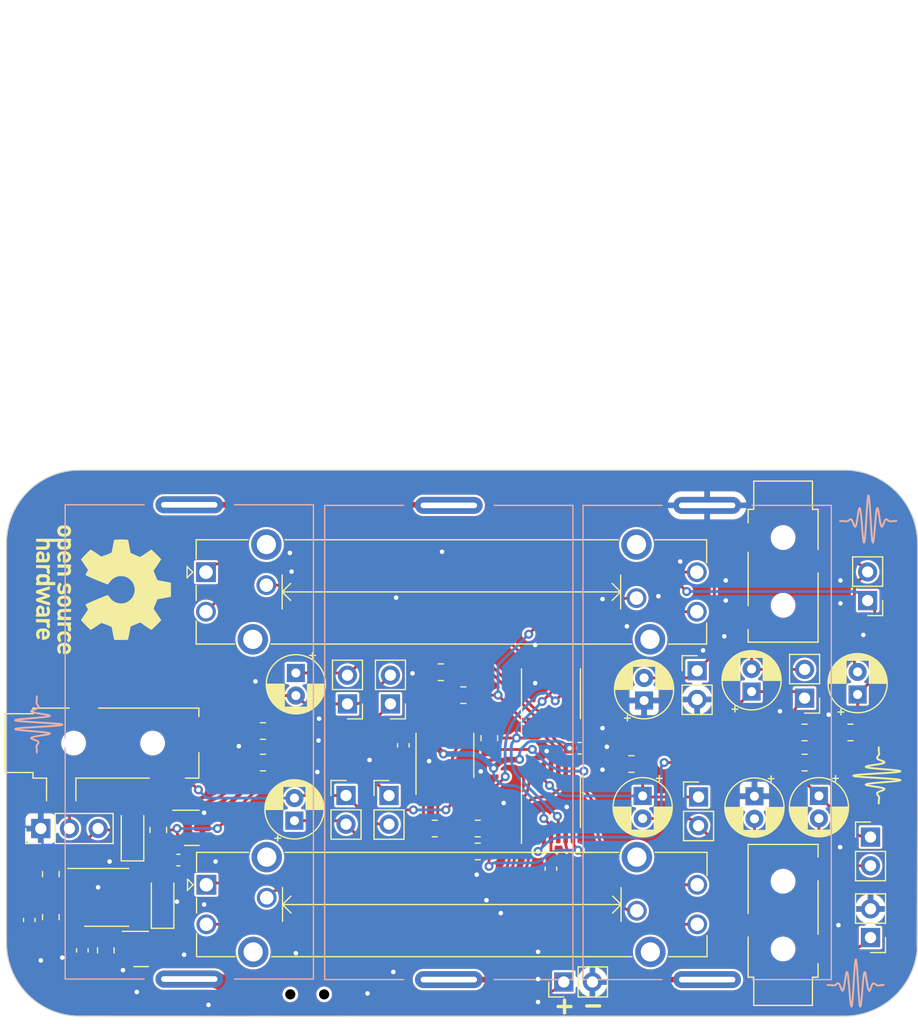
<source format=kicad_pcb>
(kicad_pcb (version 20221018) (generator pcbnew)
  (layers (0 "F.Cu" signal) (31 "B.Cu" signal) (34 "B.Paste" user) (35 "F.Paste" user) (36 "B.SilkS" user "B.Silkscreen") (37 "F.SilkS" user "F.Silkscreen") (38 "B.Mask" user) (39 "F.Mask" user) (44 "Edge.Cuts" user))
  (net 0 "")
  (net 1 "Net-(BT1-+)")
  (net 2 "VEE")
  (net 3 "Net-(BT2-+)")
  (net 4 "Net-(BT3-+)")
  (net 5 "MixR")
  (net 6 "MixL")
  (net 7 "GND")
  (net 8 "MixRef")
  (net 9 "Net-(JP2-A)")
  (net 10 "Net-(JP2-B)")
  (net 11 "Net-(U1A--)")
  (net 12 "Net-(U1B--)")
  (net 13 "Net-(U2A--)")
  (net 14 "Net-(U2B--)")
  (net 15 "Net-(JP7-B)")
  (net 16 "Net-(U4A-+)")
  (net 17 "Net-(JP1-A)")
  (net 18 "Net-(JP1-B)")
  (net 19 "VCC")
  (net 20 "Net-(JP3-A)")
  (net 21 "Net-(JP3-B)")
  (net 22 "Net-(JP5-A)")
  (net 23 "Net-(JP5-B)")
  (net 24 "Net-(JP9-B)")
  (net 25 "Net-(D1-K)")
  (net 26 "Net-(D1-A)")
  (net 27 "Net-(D2-K)")
  (net 28 "Net-(JP8-A)")
  (net 29 "Net-(JP10-A)")
  (net 30 "Net-(JP11-A)")
  (net 31 "InB-L")
  (net 32 "Net-(U3A--)")
  (net 33 "InA-L")
  (net 34 "InA-R")
  (net 35 "Net-(U3B--)")
  (net 36 "InB-R")
  (net 37 "Net-(U1D--)")
  (net 38 "Net-(U1C--)")
  (net 39 "Net-(U2D--)")
  (net 40 "Net-(U2C--)")
  (net 41 "Net-(JP4-A)")
  (net 42 "Net-(JP12-A)")
  (footprint "Connector_PinHeader_2.54mm:PinHeader_1x02_P2.54mm_Vertical" (layer "F.Cu") (at 135.636 103.119)
    (fp_text reference "JP7" hide)
    (fp_text value "Jumper_2_Open" hide)
  )
  (footprint "Resistor_SMD:R_0805_2012Metric_Pad1.20x1.40mm_HandSolder" (layer "F.Cu") (at 128.27 100.203 180)
    (fp_text reference "R4" hide)
    (fp_text value "10k" hide)
  )
  (footprint "Connector_PinHeader_2.54mm:PinHeader_1x02_P2.54mm_Vertical" (layer "F.Cu") (at 139.446 103.124)
    (fp_text reference "JP8" hide)
    (fp_text value "Jumper_2_Open" hide)
  )
  (footprint "Resistor_SMD:R_0805_2012Metric_Pad1.20x1.40mm_HandSolder" (layer "F.Cu") (at 109.474 113.8925 -90)
    (fp_text reference "R16" hide)
    (fp_text value "100k" hide)
  )
  (footprint "Resistor_SMD:R_0805_2012Metric_Pad1.20x1.40mm_HandSolder" (layer "F.Cu") (at 148.336 98.044 90)
    (fp_text reference "R10" hide)
    (fp_text value "100k" hide)
  )
  (footprint "Connector_Audio:C18594" (layer "F.Cu") (at 174.371 113.113 180)
    (fp_text reference "JB1" hide)
    (fp_text value "AudioJack3" hide)
  )
  (footprint "Resistor_SMD:R_0805_2012Metric_Pad1.20x1.40mm_HandSolder" (layer "F.Cu") (at 176.276 100.203 180)
    (fp_text reference "R1" hide)
    (fp_text value "1M" hide)
  )
  (footprint "Potentiometer_THT:Potentiometer_Bourns_PTA3044_Double_Slide" (layer "F.Cu") (at 123.26 111.026)
    (fp_text reference "RV1" hide)
    (fp_text value "100k" hide)
  )
  (footprint "Potentiometer_THT:Potentiometer_Bourns_PTA3044_Double_Slide" (layer "F.Cu") (at 123.225 83.34)
    (fp_text reference "RV2" hide)
    (fp_text value "100k" hide)
  )
  (footprint "Package_SO:SOIC-8_3.9x4.9mm_P1.27mm" (layer "F.Cu") (at 144.399 99.568 90)
    (fp_text reference "U3" hide)
    (fp_text value "LM4808" hide)
  )
  (footprint "Resistor_SMD:R_0805_2012Metric_Pad1.20x1.40mm_HandSolder" (layer "F.Cu") (at 176.276 97.536 180)
    (fp_text reference "R9" hide)
    (fp_text value "1M" hide)
  )
  (footprint "Connector_PinHeader_2.54mm:PinHeader_1x02_P2.54mm_Vertical" (layer "F.Cu") (at 166.878 103.251)
    (fp_text reference "JP2" hide)
    (fp_text value "Jumper_2_Open" hide)
  )
  (footprint "Capacitor_THT:CP_Radial_D5.0mm_P2.00mm" (layer "F.Cu") (at 162.052 94.71 90)
    (fp_text reference "C6" hide)
    (fp_text value "220u" hide)
  )
  (footprint "Resistor_SMD:R_0805_2012Metric_Pad1.20x1.40mm_HandSolder" (layer "F.Cu") (at 114.3485 116.84 90)
    (fp_text reference "R18" hide)
    (fp_text value "100k" hide)
  )
  (footprint "Connector_PinHeader_2.54mm:PinHeader_1x02_P2.54mm_Vertical" (layer "F.Cu") (at 181.864 85.857 180)
    (fp_text reference "JP3" hide)
    (fp_text value "Jumper_2_Open" hide)
  )
  (footprint "Connector_PinHeader_2.54mm:PinHeader_1x02_P2.54mm_Vertical" (layer "F.Cu") (at 182.118 115.702 180)
    (fp_text reference "JP12" hide)
    (fp_text value "Jumper_2_Open" hide)
  )
  (footprint "Connector_PinHeader_2.54mm:PinHeader_1x02_P2.54mm_Vertical" (layer "F.Cu") (at 154.935 119.634 90)
    (fp_text reference "JP11" hide)
    (fp_text value "Jumper_2_Open" hide)
  )
  (footprint "Resistor_SMD:R_0805_2012Metric_Pad1.20x1.40mm_HandSolder" (layer "F.Cu") (at 147.304 108.077 180)
    (fp_text reference "R7" hide)
    (fp_text value "100k" hide)
  )
  (footprint "Resistor_SMD:R_0805_2012Metric_Pad1.20x1.40mm_HandSolder" (layer "F.Cu") (at 160.925 100.33)
    (fp_text reference "R3" hide)
    (fp_text value "1M" hide)
  )
  (footprint "Connector_PinHeader_2.54mm:PinHeader_1x02_P2.54mm_Vertical" (layer "F.Cu") (at 166.751 92.07)
    (fp_text reference "JP4" hide)
    (fp_text value "Jumper_2_Open" hide)
  )
  (footprint "Connector_PinHeader_2.54mm:PinHeader_1x02_P2.54mm_Vertical" (layer "F.Cu") (at 135.763 95.006 180)
    (fp_text reference "JP9" hide)
    (fp_text value "Jumper_2_Open" hide)
  )
  (footprint "Package_SO:TSSOP-14_4.4x5mm_P0.65mm" (layer "F.Cu") (at 153.797 94.107 90)
    (fp_text reference "U2" hide)
    (fp_text value "TLV9064" hide)
  )
  (footprint "Resistor_SMD:R_0805_2012Metric_Pad1.20x1.40mm_HandSolder" (layer "F.Cu") (at 109.474 110.0825 -90)
    (fp_text reference "R17" hide)
    (fp_text value "100k" hide)
  )
  (footprint "Connector_Audio:Jack_3.5mm_CUI_SJ-3524-SMT_Horizontal" (layer "F.Cu") (at 113.995 98.4805 90)
    (fp_text reference "J1" hide)
    (fp_text value "AudioJack3_Ground" hide)
  )
  (footprint "Resistor_SMD:R_0805_2012Metric_Pad1.20x1.40mm_HandSolder" (layer "F.Cu") (at 147.304 106.045 180)
    (fp_text reference "R2" hide)
    (fp_text value "100k" hide)
  )
  (footprint "Resistor_SMD:R_0805_2012Metric_Pad1.20x1.40mm_HandSolder" (layer "F.Cu") (at 146.034 94.234 180)
    (fp_text reference "R11" hide)
    (fp_text value "100k" hide)
  )
  (footprint "Capacitor_SMD:C_0603_1608Metric_Pad1.08x0.95mm_HandSolder" (layer "F.Cu") (at 107.569 114.1465 -90)
    (fp_text reference "C3" hide)
    (fp_text value "100n" hide)
  )
  (footprint "Button_Switch_SMD:C128955" (layer "F.Cu") (at 132.197 120.734 180)
    (fp_text reference "SW1" hide)
    (fp_text value "SW_SPDT" hide)
  )
  (footprint "Resistor_SMD:R_0805_2012Metric_Pad1.20x1.40mm_HandSolder" (layer "F.Cu") (at 128.27 97.409 180)
    (fp_text reference "R5" hide)
    (fp_text value "10k" hide)
  )
  (footprint "Capacitor_THT:CP_Radial_D5.0mm_P2.00mm" (layer "F.Cu") (at 180.975 94.173113 90)
    (fp_text reference "C10" hide)
    (fp_text value "220u" hide)
  )
  (footprint "Connector_PinHeader_2.54mm:PinHeader_1x02_P2.54mm_Vertical" (layer "F.Cu") (at 139.573 95.006 180)
    (fp_text reference "JP10" hide)
    (fp_text value "Jumper_2_Open" hide)
  )
  (footprint "Capacitor_THT:CP_Radial_D5.0mm_P2.00mm" (layer "F.Cu") (at 171.577 93.919112 90)
    (fp_text reference "C11" hide)
    (fp_text value "220u" hide)
  )
  (footprint "Package_TO_SOT_SMD:SOT-23" (layer "F.Cu") (at 121.9685 105.984)
    (fp_text reference "Q1" hide)
    (fp_text value "MMBT3904" hide)
  )
  (footprint "Symbol:OSHW-Logo_11.4x12mm_SilkScreen" (layer "F.Cu") (at 114.1476 84.8868 -90)
    (fp_text reference "REF**" hide)
    (fp_text value "OSHW-Logo_11.4x12mm_SilkScreen" hide)
  )
  (footprint "Diode_SMD:D_SOD-123" (layer "F.Cu") (at 116.713 106.553 90)
    (fp_text reference "D1" hide)
    (fp_text value "1N4148" hide)
  )
  (footprint "Capacitor_THT:CP_Radial_D5.0mm_P2.00mm" (layer "F.Cu") (at 131.191 92.267888 -90)
    (fp_text reference "C13" hide)
    (fp_text value "220u" hide)
  )
  (footprint "Diode_SMD:D_SOD-123" (layer "F.Cu") (at 119.38 112.522 90)
    (fp_text reference "D2" hide)
    (fp_text value "1N4148" hide)
  )
  (footprint "Capacitor_THT:CP_Radial_D5.0mm_P2.00mm" (layer "F.Cu") (at 131.064 105.349113 90)
    (fp_text reference "C2" hide)
    (fp_text value "220u" hide)
  )
  (footprint "Package_SO:SOIC-8_3.9x4.9mm_P1.27mm" (layer "F.Cu") (at 114.427 112.141)
    (fp_text reference "U4" hide)
    (fp_text value "LM358" hide)
  )
  (footprint "Resistor_SMD:R_0805_2012Metric_Pad1.20x1.40mm_HandSolder" (layer "F.Cu") (at 180.34 97.536)
    (fp_text reference "R8" hide)
    (fp_text value "1M" hide)
  )
  (footprint "Capacitor_SMD:C_0603_1608Metric_Pad1.08x0.95mm_HandSolder" (layer "F.Cu") (at 140.716 98.679 90)
    (fp_text reference "C8" hide)
    (fp_text value "100n" hide)
  )
  (footprint "Connector_PinHeader_2.54mm:PinHeader_1x02_P2.54mm_Vertical" (layer "F.Cu") (at 182.118 106.802)
    (fp_text reference "JP1" hide)
    (fp_text value "Jumper_2_Open" hide)
  )
  (footprint "Capacitor_THT:CP_Radial_D5.0mm_P2.00mm" (layer "F.Cu") (at 177.546 103.156 -90)
    (fp_text reference "C5" hide)
    (fp_text value "220u" hide)
  )
  (footprint "wavelet:wavelet" (layer "F.Cu") (at 182.6768 101.346 90)
    (fp_text reference "G***" hide)
    (fp_text value "LOGO" hide)
  )
  (footprint "Capacitor_SMD:C_0603_1608Metric_Pad1.08x0.95mm_HandSolder" (layer "F.Cu") (at 153.797 109.601 90)
    (fp_text reference "C7" hide)
    (fp_text value "100n" hide)
  )
  (footprint "Capacitor_SMD:C_0603_1608Metric_Pad1.08x0.95mm_HandSolder" (layer "F.Cu") (at 112.268 116.84 -90)
    (fp_text reference "C4" hide)
    (fp_text value "100n" hide)
  )
  (footprint "Resistor_SMD:R_0805_2012Metric_Pad1.20x1.40mm_HandSolder" (layer "F.Cu") (at 143.494 106.045 180)
    (fp_text reference "R6" hide)
    (fp_text value "100k" hide)
  )
  (footprint "Resistor_SMD:R_0805_2012Metric_Pad1.20x1.40mm_HandSolder" (layer "F.Cu") (at 144.034 92.202 180)
    (fp_text reference "R12" hide)
    (fp_text value "100k" hide)
  )
  (footprint "Capacitor_SMD:C_0603_1608Metric_Pad1.08x0.95mm_HandSolder" (layer "F.Cu") (at 120.777 108.839)
    (fp_text reference "C14" hide)
    (fp_text value "100n" hide)
  )
  (footprint "Connector_PinHeader_2.54mm:PinHeader_1x03_P2.54mm_Vertical" (layer "F.Cu") (at 108.585 106.045 90)
    (fp_text reference "JP6" hide)
    (fp_text value "Jumper_3_Open" hide)
  )
  (footprint "Package_TO_SOT_SMD:SOT-23" (layer "F.Cu") (at 117.475 116.713)
    (fp_text reference "Q2" hide)
    (fp_text value "MMBT3906" hide)
  )
  (footprint "Connector_Audio:C18594" (layer "F.Cu") (at 174.371 83.876)
    (fp_text reference "JB2" hide)
    (fp_text value "AudioJack3" hide)
  )
  (footprint "Resistor_SMD:R_0805_2012Metric_Pad1.20x1.40mm_HandSolder" (layer "F.Cu") (at 118.999 106.172 -90)
    (fp_text reference "R19" hide)
    (fp_text value "100k" hide)
  )
  (footprint "Package_SO:TSSOP-14_4.4x5mm_P0.65mm" (layer "F.Cu") (at 153.797 103.759 90)
    (fp_text reference "U1" hide)
    (fp_text value "TLV9064" hide)
  )
  (footprint "Capacitor_THT:CP_Radial_D5.0mm_P2.00mm" (layer "F.Cu") (at 171.831 103.184888 -90)
    (fp_text reference "C9" hide)
    (fp_text value "220u" hide)
  )
  (footprint "Connector_PinHeader_2.54mm:PinHeader_1x02_P2.54mm_Vertical" (layer "F.Cu") (at 176.276 94.493 180)
    (fp_text reference "JP5" hide)
    (fp_text value "Jumper_2_Open" hide)
  )
  (footprint "Capacitor_SMD:C_0603_1608Metric_Pad1.08x0.95mm_HandSolder" (layer "F.Cu") (at 156.337 98.933 180)
    (fp_text reference "C12" hide)
    (fp_text value "100n" hide)
  )
  (footprint "Capacitor_THT:CP_Radial_D5.0mm_P2.00mm" (layer "F.Cu") (at 161.925 103.156 -90)
    (fp_text reference "C1" hide)
    (fp_text value "220u" hide)
  )
  (footprint "Battery:Ni-Cd" (layer "B.Cu") (at 121.745 98.375 90)
    (fp_text reference "BT3" hide)
    (fp_text value "PKCELL SC2200mAh 37E1731 NI-CD" hide)
  )
  (footprint "wavelet:wavelet" (layer "B.Cu") (at 180.7972 119.7356 180)
    (fp_text reference "G***" hide)
    (fp_text value "LOGO" hide)
  )
  (footprint "Battery:Ni-Cd" (layer "B.Cu") (at 167.64 98.425 90)
    (fp_text reference "BT1" hide)
    (fp_text value "PKCELL SC2200mAh 37E1731 NI-CD" hide)
  )
  (footprint "Battery:Ni-Cd" (layer "B.Cu") (at 144.745 98.425 -90)
    (fp_text reference "BT2" hide)
    (fp_text value "PKCELL SC2200mAh 37E1731 NI-CD" hide)
  )
  (footprint "wavelet:wavelet" (layer "B.Cu") (at 108.4072 96.8248 90)
    (fp_text reference "G***" hide)
    (fp_text value "LOGO" hide)
  )
  (footprint "wavelet:wavelet" (layer "B.Cu") (at 181.9148 78.6384 180)
    (fp_text reference "G***" hide)
    (fp_text value "LOGO" hide)
  )
  (gr_line (start 105.537 116.166) (end 105.537 80.795) (stroke (width 0.1)) (layer "Edge.Cuts"))
  (gr_line (start 112.037 74.295) (end 179.792999 74.295) (stroke (width 0.1)) (layer "Edge.Cuts"))
  (gr_arc (start 179.792999 74.295) (mid 184.389193 76.198806) (end 186.292999 80.795) (stroke (width 0.1)) (layer "Edge.Cuts"))
  (gr_arc (start 105.537 80.795) (mid 107.440806 76.198806) (end 112.037 74.295) (stroke (width 0.1)) (layer "Edge.Cuts"))
  (gr_line (start 186.292999 80.795) (end 186.292999 116.166) (stroke (width 0.1)) (layer "Edge.Cuts"))
  (gr_line (start 179.792999 122.666) (end 112.037 122.666) (stroke (width 0.1)) (layer "Edge.Cuts"))
  (gr_arc (start 186.292999 116.166) (mid 184.389193 120.762194) (end 179.792999 122.666) (stroke (width 0.1)) (layer "Edge.Cuts"))
  (gr_arc (start 112.037 122.666) (mid 107.440806 120.762194) (end 105.537 116.166) (stroke (width 0.1)) (layer "Edge.Cuts"))
  (gr_text "+" (at 153.8732 122.5804) (layer "F.SilkS") (effects (font (size 1.5 1.5) (thickness 0.3) bold) (justify left bottom)))
  (gr_text "-" (at 156.4132 122.5296) (layer "F.SilkS") (effects (font (size 1.5 1.5) (thickness 0.3) bold) (justify left bottom)))
  (segment (start 149.684352 119.425) (end 144.745 119.425) (width 0.5) (layer "F.Cu") (net 1))
  (segment (start 153.165647 117.983) (end 157.222352 117.983) (width 0.5) (layer "F.Cu") (net 1))
  (segment (start 160.703647 119.425) (end 167.64 119.425) (width 0.5) (layer "F.Cu") (net 1))
  (arc (start 158.963 118.704) (mid 158.164383 118.170381) (end 157.222352 117.983) (width 0.5) (layer "F.Cu") (net 1))
  (arc (start 149.684352 119.425) (mid 150.626383 119.237618) (end 151.425 118.704) (width 0.5) (layer "F.Cu") (net 1))
  (arc (start 158.963 118.704) (mid 159.761615 119.237618) (end 160.703647 119.425) (width 0.5) (layer "F.Cu") (net 1))
  (arc (start 153.165647 117.983) (mid 152.223615 118.170381) (end 151.425 118.704) (width 0.5) (layer "F.Cu") (net 1))
  (via (at 110.49 117.475) (size 0.8) (drill 0.4) (layers "F.Cu" "B.Cu") (net 2))
  (via (at 131.191 117.094) (size 0.8) (drill 0.4) (layers "F.Cu" "B.Cu") (net 2))
  (via (at 152.654 121.412) (size 0.8) (drill 0.4) (layers "F.Cu" "B.Cu") (net 2))
  (via (at 141.5288 92.3036) (size 0.8) (drill 0.4) (layers "F.Cu" "B.Cu") (net 2))
  (via (at 139.827 118.745) (size 0.8) (drill 0.4) (layers "F.Cu" "B.Cu") (net 2))
  (via (at 179.451 84.074) (size 0.8) (drill 0.4) (layers "F.Cu" "B.Cu") (net 2))
  (via (at 147.2184 110.1344) (size 0.8) (drill 0.4) (layers "F.Cu" "B.Cu") (net 2))
  (via (at 120.65 112.522) (size 0.8) (drill 0.4) (layers "F.Cu" "B.Cu") (net 2))
  (via (at 140.081 85.598) (size 0.8) (drill 0.4) (layers "F.Cu" "B.Cu") (net 2))
  (via (at 163.322 85.471) (size 0.8) (drill 0.4) (layers "F.Cu" "B.Cu") (net 2))
  (via (at 117.094 120.523) (size 0.8) (drill 0.4) (layers "F.Cu" "B.Cu") (net 2))
  (via (at 133.1976 98.2472) (size 0.8) (drill 0.4) (layers "F.Cu" "B.Cu") (net 2))
  (via (at 169.291 84.074) (size 0.8) (drill 0.4) (layers "F.Cu" "B.Cu") (net 2))
  (via (at 149.606 103.7844) (size 0.8) (drill 0.4) (layers "F.Cu" "B.Cu") (net 2))
  (via (at 123.444 121.666) (size 0.8) (drill 0.4) (layers "F.Cu" "B.Cu") (net 2))
  (via (at 127.6096 93.0148) (size 0.8) (drill 0.4) (layers "F.Cu" "B.Cu") (net 2))
  (via (at 148.082 112.395) (size 0.8) (drill 0.4) (layers "F.Cu" "B.Cu") (net 2))
  (via (at 152.654 119.38) (size 0.8) (drill 0.4) (layers "F.Cu" "B.Cu") (net 2))
  (via (at 133.2484 96.3168) (size 0.8) (drill 0.4) (layers "F.Cu" "B.Cu") (net 2))
  (via (at 181.483 88.9) (size 0.8) (drill 0.4) (layers "F.Cu" "B.Cu") (net 2))
  (via (at 115.870074 118.591307) (size 0.8) (drill 0.4) (layers "F.Cu" "B.Cu") (net 2))
  (via (at 158.369 97.155) (size 0.8) (drill 0.4) (layers "F.Cu" "B.Cu") (net 2))
  (via (at 114.681 108.966) (size 0.8) (drill 0.4) (layers "F.Cu" "B.Cu") (net 2))
  (via (at 121.285 117.221) (size 0.8) (drill 0.4) (layers "F.Cu" "B.Cu") (net 2))
  (via (at 130.81 83.2895) (size 0.8) (drill 0.4) (layers "F.Cu" "B.Cu") (net 2))
  (via (at 123.063 112.776) (size 0.8) (drill 0.4) (layers "F.Cu" "B.Cu") (net 2))
  (via (at 153.416 99.187) (size 0.8) (drill 0.4) (layers "F.Cu" "B.Cu") (net 2))
  (via (at 137.7188 99.9744) (size 0.8) (drill 0.4) (layers "F.Cu" "B.Cu") (net 2))
  (via (at 155.194 104.14) (size 0.8) (drill 0.4) (layers "F.Cu" "B.Cu") (net 2))
  (via (at 149.352 113.538) (size 0.8) (drill 0.4) (layers "F.Cu" "B.Cu") (net 2))
  (via (at 130.6576 81.6356) (size 0.8) (drill 0.4) (layers "F.Cu" "B.Cu") (net 2))
  (via (at 124.079 108.966) (size 0.8) (drill 0.4) (layers "F.Cu" "B.Cu") (net 2))
  (via (at 179.4256 107.696) (size 0.8) (drill 0.4) (layers "F.Cu" "B.Cu") (net 2))
  (via (at 152.654 116.967) (size 0.8) (drill 0.4) (layers "F.Cu" "B.Cu") (net 2))
  (via (at 165.2524 82.3976) (size 0.8) (drill 0.4) (layers "F.Cu" "B.Cu") (net 2))
  (via (at 133.096 101.0412) (size 0.8) (drill 0.4) (layers "F.Cu" "B.Cu") (net 2))
  (via (at 147.574 100.9904) (size 0.8) (drill 0.4) (layers "F.Cu" "B.Cu") (net 2))
  (via (at 152.4 89.789) (size 0.8) (drill 0.4) (layers "F.Cu" "B.Cu") (net 2))
  (via (at 178.4096 95.9612) (size 0.8) (drill 0.4) (layers "F.Cu" "B.Cu") (net 2))
  (via (at 169.291 85.852) (size 0.8) (drill 0.4) (layers "F.Cu" "B.Cu") (net 2))
  (via (at 137.541 120.65) (size 0.8) (drill 0.4) (layers "F.Cu" "B.Cu") (net 2))
  (via (at 158.369 85.725) (size 0.8) (drill 0.4) (layers "F.Cu" "B.Cu") (net 2))
  (via (at 113.665 111.252) (size 0.8) (drill 0.4) (layers "F.Cu" "B.Cu") (net 2))
  (via (at 179.2732 114.6048) (size 0.8) (drill 0.4) (layers "F.Cu" "B.Cu") (net 2))
  (via (at 167.2844 90.2716) (size 0.8) (drill 0.4) (layers "F.Cu" "B.Cu") (net 2))
  (via (at 108.585 117.729) (size 0.8) (drill 0.4) (layers "F.Cu" "B.Cu") (net 2))
  (via (at 169.164 89.027) (size 0.8) (drill 0.4) (layers "F.Cu" "B.Cu") (net 2))
  (via (at 143.002 100.076) (size 0.8) (drill 0.4) (layers "F.Cu" "B.Cu") (net 2))
  (via (at 126.1364 98.7552) (size 0.8) (drill 0.4) (layers "F.Cu" "B.Cu") (net 2))
  (via (at 179.451 86.106) (size 0.8) (drill 0.4) (layers "F.Cu" "B.Cu") (net 2))
  (via (at 144.145 81.534) (size 0.8) (drill 0.4) (layers "F.Cu" "B.Cu") (net 2))
  (via (at 123.063 104.648) (size 0.8) (drill 0.4) (layers "F.Cu" "B.Cu") (net 2))
  (via (at 158.75 98.806) (size 0.8) (drill 0.4) (layers "F.Cu" "B.Cu") (net 2))
  (via (at 152.4 93.1672) (size 0.8) (drill 0.4) (layers "F.Cu" "B.Cu") (net 2))
  (via (at 174.0916 95.6564) (size 0.8) (drill 0.4) (layers "F.Cu" "B.Cu") (net 2))
  (via (at 158.369 100.838) (size 0.8) (drill 0.4) (layers "F.Cu" "B.Cu") (net 2))
  (via (at 160.528 88.138) (size 0.8) (drill 0.4) (layers "F.Cu" "B.Cu") (net 2))
  (segment (start 144.659644 77.375) (end 121.745 77.375) (width 0.5) (layer "F.Cu") (net 3))
  (segment (start 144.72 77.4) (end 144.745 77.425) (width 0.25) (layer "F.Cu") (net 3))
  (arc (start 144.72 77.4) (mid 144.692308 77.381497) (end 144.659644 77.375) (width 0.25) (layer "F.Cu") (net 3))
  (segment (start 123.947 119.375) (end 121.745 119.375) (width 0.508) (layer "F.Cu") (net 4))
  (segment (start 135.763 95.006) (end 135.773 94.996) (width 0.25) (layer "F.Cu") (net 5))
  (segment (start 135.763 95.006) (end 132.451036 95.006) (width 0.25) (layer "F.Cu") (net 5))
  (segment (start 137.482012 94.556987) (end 139.573 92.466) (width 0.25) (layer "F.Cu") (net 5))
  (segment (start 112.651306 94.524194) (end 112.395 94.7805) (width 0.25) (layer "F.Cu") (net 5))
  (segment (start 130.669075 94.267888) (end 113.270083 94.267888) (width 0.25) (layer "F.Cu") (net 5))
  (segment (start 135.763 95.006) (end 136.398 95.006) (width 0.25) (layer "F.Cu") (net 5))
  (arc (start 130.669075 94.267888) (mid 131.15127 94.363802) (end 131.560056 94.636944) (width 0.25) (layer "F.Cu") (net 5))
  (arc (start 137.482012 94.556987) (mid 136.984663 94.889305) (end 136.398 95.006) (width 0.25) (layer "F.Cu") (net 5))
  (arc (start 113.270083 94.267888) (mid 112.935203 94.334499) (end 112.651306 94.524194) (width 0.25) (layer "F.Cu") (net 5))
  (arc (start 131.560056 94.636944) (mid 131.968841 94.910085) (end 132.451036 95.006) (width 0.25) (layer "F.Cu") (net 5))
  (segment (start 122.33725 102.39825) (end 122.555 102.616) (width 0.25) (layer "F.Cu") (net 6))
  (segment (start 131.456827 103.119) (end 135.636 103.119) (width 0.25) (layer "F.Cu") (net 6))
  (segment (start 137.733754 105.216754) (end 135.636 103.119) (width 0.25) (layer "F.Cu") (net 6))
  (segment (start 138.8135 105.664) (end 139.446 105.664) (width 0.25) (layer "F.Cu") (net 6))
  (segment (start 121.811554 102.1805) (end 119.795 102.1805) (width 0.25) (layer "F.Cu") (net 6))
  (segment (start 131.179056 103.234056) (end 131.064 103.349113) (width 0.25) (layer "F.Cu") (net 6))
  (via (at 122.555 102.616) (size 0.8) (drill 0.4) (layers "F.Cu" "B.Cu") (net 6))
  (arc (start 131.456827 103.119) (mid 131.306498 103.148902) (end 131.179056 103.234056) (width 0.25) (layer "F.Cu") (net 6))
  (arc (start 122.33725 102.39825) (mid 122.096058 102.237091) (end 121.811554 102.1805) (width 0.25) (layer "F.Cu") (net 6))
  (arc (start 138.8135 105.664) (mid 138.229145 105.547764) (end 137.733754 105.216754) (width 0.25) (layer "F.Cu") (net 6))
  (segment (start 124.050113 103.349113) (end 123.796113 103.349113) (width 0.25) (layer "B.Cu") (net 6))
  (segment (start 123.415113 103.349113) (end 123.446863 103.349113) (width 0.25) (layer "B.Cu") (net 6))
  (segment (start 123.796113 103.349113) (end 123.700863 103.349113) (width 0.25) (layer "B.Cu") (net 6))
  (segment (start 123.19831 103.25931) (end 122.555 102.616) (width 0.25) (layer "B.Cu") (net 6))
  (segment (start 124.050113 103.349113) (end 131.064 103.349113) (width 0.25) (layer "B.Cu") (net 6))
  (segment (start 123.637363 103.349113) (end 123.573863 103.349113) (width 0.25) (layer "B.Cu") (net 6))
  (segment (start 123.700863 103.349113) (end 123.637363 103.349113) (width 0.25) (layer "B.Cu") (net 6))
  (segment (start 123.573863 103.349113) (end 123.510363 103.349113) (width 0.25) (layer "B.Cu") (net 6))
  (segment (start 123.510363 103.349113) (end 123.446863 103.349113) (width 0.25) (layer "B.Cu") (net 6))
  (arc (start 123.19831 103.25931) (mid 123.29778 103.325773) (end 123.415113 103.349113) (width 0.25) (layer "B.Cu") (net 6))
  (segment (start 155.174 99.834) (end 154.973 99.834) (width 0.25) (layer "F.Cu") (net 7))
  (segment (start 174.888043 98.933) (end 177.276 98.933) (width 0.25) (layer "F.Cu") (net 7))
  (segment (start 153.019495 94.794494) (end 153.019495 94.793128) (width 0.25) (layer "F.Cu") (net 7))
  (segment (start 154.447 100.045681) (end 154.447 100.8965) (width 0.25) (layer "F.Cu") (net 7))
  (segment (start 112.76 115.4855) (end 112.502375 115.743125) (width 0.25) (layer "F.Cu") (net 7))
  (segment (start 111.298918 111.506) (end 111.206809 111.506) (width 0.25) (layer "F.Cu") (net 7))
  (segment (start 144.76125 104.12125) (end 144.4885 104.394) (width 0.25) (layer "F.Cu") (net 7))
  (segment (start 154.447 105.099507) (end 154.447 106.6215) (width 0.25) (layer "F.Cu") (net 7))
  (segment (start 177.276 98.933) (end 177.276 100.203) (width 0.25) (layer "F.Cu") (net 7))
  (segment (start 154.82225 99.834) (end 154.772 99.834) (width 0.25) (layer "F.Cu") (net 7))
  (segment (start 154.571 99.518698) (end 154.571 99.834) (width 0.25) (layer "F.Cu") (net 7))
  (segment (start 154.82225 99.834) (end 154.834812 99.834) (width 0.25) (layer "F.Cu") (net 7))
  (segment (start 120.65 106.299) (end 120.65 106.045) (width 0.25) (layer "F.Cu") (net 7))
  (segment (start 154.447 92.385364) (end 154.447 91.2445) (width 0.25) (layer "F.Cu") (net 7))
  (segment (start 153.860688 93.95057) (end 153.02046 94.790797) (width 0.25) (layer "F.Cu") (net 7))
  (segment (start 152.960021 97.845021) (end 152.898283 97.906759) (width 0.25) (layer "F.Cu") (net 7))
  (segment (start 111.483137 111.506) (end 111.710294 111.506) (width 0.25) (layer "F.Cu") (net 7))
  (segment (start 145.669 98.703) (end 145.959285 98.412714) (width 0.25) (layer "F.Cu") (net 7))
  (segment (start 113.252 112.609049) (end 113.252 114.297706) (width 0.25) (layer "F.Cu") (net 7))
  (segment (start 110.652 110.95119) (end 110.652 110.1195) (width 0.25) (layer "F.Cu") (net 7))
  (segment (start 154.973 99.834) (end 154.910187 99.834) (width 0.25) (layer "F.Cu") (net 7))
  (segment (start 154.62125 99.834) (end 154.608687 99.834) (width 0.25) (layer "F.Cu") (net 7))
  (segment (start 113.124862 112.30211) (end 112.461953 111.639201) (width 0.25) (layer "F.Cu") (net 7))
  (segment (start 153.147 97.393613) (end 153.147 97.313771) (width 0.25) (layer "F.Cu") (net 7))
  (segment (start 150.749 98.032) (end 152.595924 98.032) (width 0.25) (layer "F.Cu") (net 7))
  (segment (start 153.147 97.374448) (end 153.147 97.313771) (width 0.25) (layer "F.Cu") (net 7))
  (segment (start 120.5865 106.1085) (end 120.65 106.045) (width 0.25) (layer "F.Cu") (net 7))
  (segment (start 111.906984 111.506) (end 111.808639 111.506) (width 0.25) (layer "F.Cu") (net 7))
  (segment (start 177.276 97.536) (end 179.34 97.536) (width 0.25) (layer "F.Cu") (net 7))
  (segment (start 112.093282 111.506) (end 111.999094 111.506) (width 0.25) (layer "F.Cu") (net 7))
  (segment (start 130.687963 101.854) (end 136.202987 101.854) (width 0.25) (layer "F.Cu") (net 7))
  (segment (start 111.483137 111.506) (end 111.298918 111.506) (width 0.25) (layer "F.Cu") (net 7))
  (segment (start 116.1635 117.289) (end 116.5375 117.663) (width 0.25) (layer "F.Cu") (net 7))
  (segment (start 113.868412 116.915) (end 115.260584 116.915) (width 0.25) (layer "F.Cu") (net 7))
  (segment (start 126.840207 103.447792) (end 124.243 106.045) (width 0.25) (layer "F.Cu") (net 7))
  (segment (start 112.140376 111.506) (end 112.093282 111.506) (width 0.25) (layer "F.Cu") (net 7))
  (segment (start 154.348047 98.980443) (end 153.433341 98.065737) (width 0.25) (layer "F.Cu") (net 7))
  (segment (start 137.511725 103.349345) (end 138.380785 104.218405) (width 0.25) (layer "F.Cu") (net 7))
  (segment (start 154.6715 99.834) (end 154.62125 99.834) (width 0.25) (layer "F.Cu") (net 7))
  (segment (start 145.034 102.043) (end 145.034 100.236025) (width 0.25) (layer "F.Cu") (net 7))
  (segment (start 154.3685 104.9655) (end 154.40775 105.00475) (width 0.25) (layer "F.Cu") (net 7))
  (segment (start 159.078275 99.834) (end 155.174 99.834) (width 0.25) (layer "F.Cu") (net 7))
  (segment (start 177.276 98.933) (end 177.276 97.536) (width 0.25) (layer "F.Cu") (net 7))
  (segment (start 111.999094 111.506) (end 111.906984 111.506) (width 0.25) (layer "F.Cu") (net 7))
  (segment (start 113.881802 106.172) (end 120.433197 106.172) (width 0.25) (layer "F.Cu") (net 7))
  (segment (start 136.9695 102.1715) (end 137.062274 102.264274) (width 0.25) (layer "F.Cu") (net 7))
  (segment (start 150.749 98.032) (end 147.906973 98.032) (width 0.25) (layer "F.Cu") (net 7))
  (segment (start 160.173 100.082) (end 160.502182 99.752818) (width 0.25) (layer "F.Cu") (net 7))
  (segment (start 154.772 99.834) (end 154.72175 99.834) (width 0.25) (layer "F.Cu") (net 7))
  (segment (start 112.502375 116.211875) (end 112.73675 116.44625) (width 0.25) (layer "F.Cu") (net 7))
  (segment (start 154.571 99.834) (end 154.583562 99.834) (width 0.25) (layer "F.Cu") (net 7))
  (segment (start 161.58331 99.305) (end 173.989956 99.305) (width 0.25) (layer "F.Cu") (net 7))
  (segment (start 154.910187 99.834) (end 154.834812 99.834) (width 0.25) (layer "F.Cu") (net 7))
  (segment (start 146.648714 97.437714) (end 146.7735 97.5625) (width 0.25) (layer "F.Cu") (net 7))
  (segment (start 113.601499 106.108499) (end 111.402593 108.307406) (width 0.25) (layer "F.Cu") (net 7))
  (segment (start 138.804709 104.394) (end 141.605 104.394) (width 0.25) (layer "F.Cu") (net 7))
  (segment (start 154.571 99.834) (end 154.509 99.896) (width 0.25) (layer "F.Cu") (net 7))
  (segment (start 145.034 103.462773) (end 145.034 102.043) (width 0.25) (layer "F.Cu") (net 7))
  (segment (start 111.808639 111.506) (end 111.710294 111.506) (width 0.25) (layer "F.Cu") (net 7))
  (segment (start 120.829605 106.732605) (end 121.031 106.934) (width 0.25) (layer "F.Cu") (net 7))
  (segment (start 154.608687 99.834) (end 154.583562 99.834) (width 0.25) (layer "F.Cu") (net 7))
  (segment (start 154.72175 99.834) (end 154.6715 99.834) (width 0.25) (layer "F.Cu") (net 7))
  (via (at 150.749 98.032) (size 0.8) (drill 0.4) (layers "F.Cu" "B.Cu") (net 7))
  (via (at 153.019495 94.794494) (size 0.8) (drill 0.4) (layers "F.Cu" "B.Cu") (net 7))
  (via (at 124.243 106.045) (size 0.8) (drill 0.4) (layers "F.Cu" "B.Cu") (net 7))
  (via (at 144.4885 104.394) (size 0.8) (drill 0.4) (layers "F.Cu" "B.Cu") (net 7))
  (via (at 154.3685 104.9655) (size 0.8) (drill 0.4) (layers "F.Cu" "B.Cu") (net 7))
  (via (at 120.65 106.045) (size 0.8) (drill 0.4) (layers "F.Cu" "B.Cu") (net 7))
  (via (at 141.605 104.394) (size 0.8) (drill 0.4) (layers "F.Cu" "B.Cu") (net 7))
  (arc (start 126.840207 103.447792) (mid 128.605572 102.268213) (end 130.687963 101.854) (width 0.25) (layer "F.Cu") (net 7))
  (arc (start 154.571 99.518698) (mid 154.513056 99.227396) (end 154.348047 98.980443) (width 0.25) (layer "F.Cu") (net 7))
  (arc (start 160.173 100.082) (mid 159.925 100.184724) (end 159.677 100.082) (width 0.25) (layer "F.Cu") (net 7))
  (arc (start 153.02046 94.790797) (mid 153.019745 94.791866) (end 153.019495 94.793128) (width 0.25) (layer "F.Cu") (net 7))
  (arc (start 136.9695 102.1715) (mid 136.61782 101.936515) (end 136.202987 101.854) (width 0.25) (layer "F.Cu") (net 7))
  (arc (start 152.595924 98.032) (mid 152.759559 97.999451) (end 152.898283 97.906759) (width 0.25) (layer "F.Cu") (net 7))
  (arc (start 120.65 106.299) (mid 120.696677 106.533665) (end 120.829605 106.732605) (width 0.25) (layer "F.Cu") (net 7))
  (arc (start 147.906973 98.032) (mid 147.293541 97.90998) (end 146.7735 97.5625) (width 0.25) (layer "F.Cu") (net 7))
  (arc (start 110.652 110.1195) (mid 110.847072 109.138801) (end 111.402593 108.307406) (width 0.25) (layer "F.Cu") (net 7))
  (arc (start 113.868412 116.915) (mid 113.255961 116.793175) (end 112.73675 116.44625) (width 0.25) (layer "F.Cu") (net 7))
  (arc (start 159.078275 99.834) (mid 159.402302 99.898453) (end 159.677 100.082) (width 0.25) (layer "F.Cu") (net 7))
  (arc (start 145.034 103.462773) (mid 144.963114 103.819138) (end 144.76125 104.12125) (width 0.25) (layer "F.Cu") (net 7))
  (arc (start 173.989956 99.305) (mid 174.232976 99.25666) (end 174.439 99.119) (width 0.25) (layer "F.Cu") (net 7))
  (arc (start 138.804709 104.394) (mid 138.575283 104.348364) (end 138.380785 104.218405) (width 0.25) (layer "F.Cu") (net 7))
  (arc (start 110.652 110.95119) (mid 110.694232 111.163506) (end 110.8145 111.3435) (width 0.25) (layer "F.Cu") (net 7))
  (arc (start 146.304 97.5805) (mid 146.428653 97.393941) (end 146.648714 97.437714) (width 0.25) (layer "F.Cu") (net 7))
  (arc (start 153.147 97.313771) (mid 153.147 97.313771) (end 153.147 97.313771) (width 0.25) (layer "F.Cu") (net 7))
  (arc (start 153.147 97.374448) (mid 153.221417 97.748571) (end 153.433341 98.065737) (width 0.25) (layer "F.Cu") (net 7))
  (arc (start 113.7285 106.1085) (mid 113.664999 106.082197) (end 113.601499 106.108499) (width 0.25) (layer "F.Cu") (net 7))
  (arc (start 154.447 100.045681) (mid 154.463113 99.964674) (end 154.509 99.896) (width 0.25) (layer "F.Cu") (net 7))
  (arc (start 161.58331 99.305) (mid 160.998208 99.421384) (end 160.502182 99.752818) (width 0.25) (layer "F.Cu") (net 7))
  (arc (start 113.124862 112.30211) (mid 113.218958 112.442935) (end 113.252 112.609049) (width 0.25) (layer "F.Cu") (net 7))
  (arc (start 154.447 105.099507) (mid 154.436799 105.048225) (end 154.40775 105.00475) (width 0.25) (layer "F.Cu") (net 7))
  (arc (start 112.76 115.4855) (mid 113.124133 114.940535) (end 113.252 114.297706) (width 0.25) (layer "F.Cu") (net 7))
  (arc (start 112.140376 111.506) (mid 112.314412 111.540617) (end 112.461953 111.639201) (width 0.25) (layer "F.Cu") (net 7))
  (arc (start 112.502375 116.211875) (mid 112.405293 115.9775) (end 112.502375 115.743125) (width 0.25) (layer "F.Cu") (net 7))
  (arc (start 116.1635 117.289) (mid 115.749238 117.012199) (end 115.260584 116.915) (width 0.25) (layer "F.Cu") (net 7))
  (arc (start 137.062274 102.264274) (mid 137.228595 102.513191) (end 137.287 102.80681) (width 0.25) (layer "F.Cu") (net 7))
  (arc (start 153.147 97.393613) (mid 153.098405 97.637913) (end 152.960021 97.845021) (width 0.25) (layer "F.Cu") (net 7))
  (arc (start 145.669 98.703) (mid 145.199031 99.406357) (end 145.034 100.236025) (width 0.25) (layer "F.Cu") (net 7))
  (arc (start 120.5865 106.1085) (mid 120.516164 106.155496) (end 120.433197 106.172) (width 0.25) (layer "F.Cu") (net 7))
  (arc (start 174.888043 98.933) (mid 174.645022 98.981339) (end 174.439 99.119) (width 0.25) (layer "F.Cu") (net 7))
  (arc (start 153.860688 93.95057) (mid 154.295039 93.220587) (end 154.447 92.385364) (width 0.25) (layer "F.Cu") (net 7))
  (arc (start 110.8145 111.3435) (mid 110.994493 111.463767) (end 111.206809 111.506) (width 0.25) (layer "F.Cu") (net 7))
  (arc (start 113.881802 106.172) (mid 113.798835 106.155496) (end 113.7285 106.1085) (width 0.25) (layer "F.Cu") (net 7))
  (arc (start 137.511725 103.349345) (mid 137.345404 103.100427) (end 137.287 102.80681) (width 0.25) (layer "F.Cu") (net 7))
  (arc (start 146.304 97.5805) (mid 146.214411 98.030891) (end 145.959285 98.412714) (width 0.25) (layer "F.Cu") (net 7))
  (segment (start 150.749 98.032) (end 150.749 97.54875) (width 0.25) (layer "B.Cu") (net 7))
  (segment (start 150.5135 98.2675) (end 150.749 98.032) (width 0.25) (layer "B.Cu") (net 7))
  (segment (start 153.019495 94.796526) (end 153.019495 94.794494) (width 0.25) (layer "B.Cu") (net 7))
  (segment (start 141.605 104.394) (end 144.4885 104.394) (width 0.25) (layer "B.Cu") (net 7))
  (segment (start 150.278 98.836047) (end 150.278 99.689) (width 0.25) (layer "B.Cu") (net 7))
  (segment (start 124.243 106.045) (end 120.65 106.045) (width 0.25) (layer "B.Cu") (net 7))
  (segment (start 153.018058 94.799994) (end 151.011411 96.806642) (width 0.25) (layer "B.Cu") (net 7))
  (segment (start 154.3685 104.9655) (end 151.116628 101.713628) (width 0.25) (layer "B.Cu") (net 7))
  (arc (start 153.019495 94.796526) (mid 153.019121 94.798403) (end 153.018058 94.799994) (width 0.25) (layer "B.Cu") (net 7))
  (arc (start 151.116628 101.713628) (mid 150.495952 100.78472) (end 150.278 99.689) (width 0.25) (layer "B.Cu") (net 7))
  (arc (start 151.011411 96.806642) (mid 150.817183 97.155701) (end 150.749 97.54875) (width 0.25) (layer "B.Cu") (net 7))
  (arc (start 150.5135 98.2675) (mid 150.339204 98.528351) (end 150.278 98.836047) (width 0.25) (layer "B.Cu") (net 7))
  (segment (start 125.653292 102.311707) (end 127.096051 100.868948) (width 0.25) (layer "F.Cu") (net 8))
  (segment (start 127.27 100.2645) (end 127.27 100.3875) (width 0.25) (layer "F.Cu") (net 8))
  (segment (start 127.27 99.219) (end 127.27 97.409) (width 0.25) (layer "F.Cu") (net 8))
  (segment (start 121.805536 103.9055) (end 112.940722 103.9055) (width 0.25) (layer "F.Cu") (net 8))
  (segment (start 127.27 99.8955) (end 127.27 99.711) (width 0.25) (layer "F.Cu") (net 8))
  (segment (start 127.27 99.8955) (end 127.27 100.0185) (width 0.25) (layer "F.Cu") (net 8))
  (segment (start 127.27 100.0185) (end 127.27 100.1415) (width 0.25) (layer "F.Cu") (net 8))
  (segment (start 127.27 99.219) (end 127.27 99.711) (width 0.25) (layer "F.Cu") (net 8))
  (segment (start 127.27 100.3875) (end 127.27 100.449) (width 0.25) (layer "F.Cu") (net 8))
  (segment (start 111.125 103.426687) (end 111.125 106.045) (width 0.25) (layer "F.Cu") (net 8))
  (segment (start 110.477643 102.263143) (end 110.76 102.5455) (width 0.25) (layer "F.Cu") (net 8))
  (segment (start 110.477643 102.496893) (end 111.140625 103.159875) (width 0.25) (layer "F.Cu") (net 8))
  (segment (start 127.27 100.1415) (end 127.27 100.2645) (width 0.25) (layer "F.Cu") (net 8))
  (arc (start 125.653292 102.311707) (mid 123.887926 103.491286) (end 121.805536 103.9055) (width 0.25) (layer "F.Cu") (net 8))
  (arc (start 110.477643 102.496893) (mid 110.416478 102.405353) (end 110.395 102.297375) (width 0.25) (layer "F.Cu") (net 8))
  (arc (start 110.76 102.5455) (mid 111.030139 102.949792) (end 111.125 103.426687) (width 0.25) (layer "F.Cu") (net 8))
  (arc (start 110.477643 102.263143) (mid 110.424885 102.252648) (end 110.395 102.297375) (width 0.25) (layer "F.Cu") (net 8))
  (arc (start 111.140625 103.159875) (mid 111.966516 103.711718) (end 112.940722 103.9055) (width 0.25) (layer "F.Cu") (net 8))
  (arc (start 127.096051 100.868948) (mid 127.224792 100.676274) (end 127.27 100.449) (width 0.25) (layer "F.Cu") (net 8))
  (segment (start 153.147 101.342183) (end 153.147 100.8965) (width 0.25) (layer "F.Cu") (net 9))
  (segment (start 161.925 103.088824) (end 161.925 100.33) (width 0.25) (layer "F.Cu") (net 9))
  (segment (start 162.087175 103.251) (end 166.878 103.251) (width 0.25) (layer "F.Cu") (net 9))
  (segment (start 153.67 102.235) (end 153.4085 101.9735) (width 0.25) (layer "F.Cu") (net 9))
  (via (at 153.67 102.235) (size 0.8) (drill 0.4) (layers "F.Cu" "B.Cu") (net 9))
  (arc (start 161.9725 103.2035) (mid 162.025113 103.238655) (end 162.087175 103.251) (width 0.25) (layer "F.Cu") (net 9))
  (arc (start 153.147 101.342183) (mid 153.214961 101.683849) (end 153.4085 101.9735) (width 0.25) (layer "F.Cu") (net 9))
  (arc (start 161.9725 103.2035) (mid 161.937344 103.150886) (end 161.925 103.088824) (width 0.25) (layer "F.Cu") (net 9))
  (segment (start 155.242245 103.156) (end 161.925 103.156) (width 0.25) (layer "B.Cu") (net 9))
  (segment (start 153.67 102.235) (end 154.1305 102.6955) (width 0.25) (layer "B.Cu") (net 9))
  (arc (start 155.242245 103.156) (mid 154.640573 103.036319) (end 154.1305 102.6955) (width 0.25) (layer "B.Cu") (net 9))
  (segment (start 166.957375 105.870375) (end 166.798625 105.711625) (width 0.25) (layer "F.Cu") (net 10))
  (segment (start 166.639875 105.552875) (end 166.798625 105.711625) (width 0.25) (layer "F.Cu") (net 10))
  (segment (start 167.116125 106.029125) (end 167.274875 106.187875) (width 0.25) (layer "F.Cu") (net 10))
  (segment (start 166.639875 105.552875) (end 166.5605 105.4735) (width 0.25) (layer "F.Cu") (net 10))
  (segment (start 167.513 106.426) (end 167.274875 106.187875) (width 0.25) (layer "F.Cu") (net 10))
  (segment (start 167.513 106.426) (end 168.148 107.061) (width 0.25) (layer "F.Cu") (net 10))
  (segment (start 165.793987 105.156) (end 161.925 105.156) (width 0.25) (layer "F.Cu") (net 10))
  (segment (start 168.777207 107.690207) (end 168.148 107.061) (width 0.25) (layer "F.Cu") (net 10))
  (segment (start 166.957375 105.870375) (end 167.116125 106.029125) (width 0.25) (layer "F.Cu") (net 10))
  (segment (start 170.371 111.537963) (end 170.371 114.613) (width 0.25) (layer "F.Cu") (net 10))
  (arc (start 170.371 111.537963) (mid 169.956786 109.455572) (end 168.777207 107.690207) (width 0.25) (layer "F.Cu") (net 10))
  (arc (start 165.793987 105.156) (mid 166.20882 105.238515) (end 166.5605 105.4735) (width 0.25) (layer "F.Cu") (net 10))
  (segment (start 151.847 106.6215) (end 151.847 108.19725) (width 0.25) (layer "F.Cu") (net 11))
  (segment (start 150.732776 110.887223) (end 148.687792 112.932207) (width 0.25) (layer "F.Cu") (net 11))
  (segment (start 144.840036 114.526) (end 123.26 114.526) (width 0.25) (layer "F.Cu") (net 11))
  (segment (start 151.847 106.6215) (end 152.497 106.6215) (width 0.25) (layer "F.Cu") (net 11))
  (arc (start 144.840036 114.526) (mid 146.922426 114.111786) (end 148.687792 112.932207) (width 0.25) (layer "F.Cu") (net 11))
  (arc (start 150.732776 110.887223) (mid 151.557422 109.653053) (end 151.847 108.19725) (width 0.25) (layer "F.Cu") (net 11))
  (segment (start 160.22564 113.01664) (end 155.544775 108.335775) (width 0.25) (layer "F.Cu") (net 12))
  (segment (start 160.9725 113.326) (end 161.41 113.326) (width 0.25) (layer "F.Cu") (net 12))
  (segment (start 155.097 107.25475) (end 155.097 106.6215) (width 0.25) (layer "F.Cu") (net 12))
  (arc (start 160.9725 113.326) (mid 160.568302 113.245599) (end 160.22564 113.01664) (width 0.25) (layer "F.Cu") (net 12))
  (arc (start 155.097 107.25475) (mid 155.213372 107.839796) (end 155.544775 108.335775) (width 0.25) (layer "F.Cu") (net 12))
  (segment (start 152.497 96.60075) (end 152.497 96.9695) (width 0.25) (layer "F.Cu") (net 13))
  (segment (start 152.236254 95.971254) (end 142.348792 86.083792) (width 0.25) (layer "F.Cu") (net 13))
  (segment (start 138.501036 84.49) (end 128.575 84.49) (width 0.25) (layer "F.Cu") (net 13))
  (arc (start 142.348792 86.083792) (mid 140.583426 84.904213) (end 138.501036 84.49) (width 0.25) (layer "F.Cu") (net 13))
  (arc (start 152.236254 95.971254) (mid 152.429234 96.260069) (end 152.497 96.60075) (width 0.25) (layer "F.Cu") (net 13))
  (segment (start 138.687432 84.04) (end 130.962378 84.04) (width 0.25) (layer "F.Cu") (net 14))
  (segment (start 126.201251 83.863748) (end 123.225 86.84) (width 0.25) (layer "F.Cu") (net 14))
  (segment (start 155.097 96.6445) (end 155.097 96.477366) (width 0.25) (layer "F.Cu") (net 14))
  (segment (start 128.591621 83.058) (end 128.1465 83.058) (width 0.25) (layer "F.Cu") (net 14))
  (segment (start 152.092157 95.190761) (end 142.535188 85.633792) (width 0.25) (layer "F.Cu") (net 14))
  (segment (start 155.422 96.9695) (end 155.747 96.9695) (width 0.25) (layer "F.Cu") (net 14))
  (segment (start 154.504633 95.885) (end 153.768198 95.885) (width 0.25) (layer "F.Cu") (net 14))
  (arc (start 152.092157 95.190761) (mid 152.861131 95.704573) (end 153.768198 95.885) (width 0.25) (layer "F.Cu") (net 14))
  (arc (start 155.097 96.477366) (mid 155.051908 96.250677) (end 154.9235 96.0585) (width 0.25) (layer "F.Cu") (net 14))
  (arc (start 126.201251 83.863748) (mid 127.093739 83.267407) (end 128.1465 83.058) (width 0.25) (layer "F.Cu") (net 14))
  (arc (start 129.777 83.549) (mid 129.233143 83.185606) (end 128.591621 83.058) (width 0.25) (layer "F.Cu") (net 14))
  (arc (start 142.535188 85.633792) (mid 140.769822 84.454213) (end 138.687432 84.04) (width 0.25) (layer "F.Cu") (net 14))
  (arc (start 154.504633 95.885) (mid 154.731322 95.930091) (end 154.9235 96.0585) (width 0.25) (layer "F.Cu") (net 14))
  (arc (start 155.097 96.6445) (mid 155.19219 96.874309) (end 155.422 96.9695) (width 0.25) (layer "F.Cu") (net 14))
  (arc (start 129.777 83.549) (mid 130.320856 83.912393) (end 130.962378 84.04) (width 0.25) (layer "F.Cu") (net 14))
  (segment (start 142.494 106.045) (end 141.732 106.807) (width 0.25) (layer "F.Cu") (net 15))
  (segment (start 135.752206 105.775206) (end 135.829678 105.852678) (width 0.25) (layer "F.Cu") (net 15))
  (segment (start 142.494 106.045) (end 142.494 102.043) (width 0.25) (layer "F.Cu") (net 15))
  (segment (start 135.106989 105.349113) (end 131.064 105.349113) (width 0.25) (layer "F.Cu") (net 15))
  (segment (start 135.945885 105.968885) (end 136.255772 106.278772) (width 0.25) (layer "F.Cu") (net 15))
  (segment (start 135.829678 105.852678) (end 135.945885 105.968885) (width 0.25) (layer "F.Cu") (net 15))
  (segment (start 135.519791 105.542791) (end 135.481056 105.504056) (width 0.25) (layer "F.Cu") (net 15))
  (segment (start 135.597262 105.620262) (end 135.674734 105.697734) (width 0.25) (layer "F.Cu") (net 15))
  (segment (start 138.896573 107.569) (end 139.892369 107.569) (width 0.25) (layer "F.Cu") (net 15))
  (segment (start 135.519791 105.542791) (end 135.597262 105.620262) (width 0.25) (layer "F.Cu") (net 15))
  (segment (start 136.255772 106.278772) (end 136.591 106.614) (width 0.25) (layer "F.Cu") (net 15))
  (segment (start 135.674734 105.697734) (end 135.752206 105.775206) (width 0.25) (layer "F.Cu") (net 15))
  (arc (start 135.481056 105.504056) (mid 135.309432 105.389381) (end 135.106989 105.349113) (width 0.25) (layer "F.Cu") (net 15))
  (arc (start 141.732 106.807) (mid 140.88797 107.370962) (end 139.892369 107.569) (width 0.25) (layer "F.Cu") (net 15))
  (arc (start 136.591 106.614) (mid 137.648806 107.320803) (end 138.896573 107.569) (width 0.25) (layer "F.Cu") (net 15))
  (segment (start 108.237332 112.8925) (end 109.474 112.8925) (width 0.25) (layer "F.Cu") (net 16))
  (segment (start 109.474 112.8925) (end 109.474 111.0825) (width 0.25) (layer "F.Cu") (net 16))
  (segment (start 109.474 112.8925) (end 109.53225 112.83425) (width 0.25) (layer "F.Cu") (net 16))
  (segment (start 109.672877 112.776) (end 111.952 112.776) (width 0.25) (layer "F.Cu") (net 16))
  (segment (start 107.76475 113.08825) (end 107.569 113.284) (width 0.25) (layer "F.Cu") (net 16))
  (arc (start 109.53225 112.83425) (mid 109.59677 112.791138) (end 109.672877 112.776) (width 0.25) (layer "F.Cu") (net 16))
  (arc (start 108.237332 112.8925) (mid 107.981572 112.943373) (end 107.76475 113.08825) (width 0.25) (layer "F.Cu") (net 16))
  (segment (start 163.83 100.203) (end 174.9345 100.203) (width 0.25) (layer "F.Cu") (net 17))
  (segment (start 177.546 103.156) (end 175.517476 101.127476) (width 0.25) (layer "F.Cu") (net 17))
  (segment (start 152.9005 107.8305) (end 152.654 108.077) (width 0.25) (layer "F.Cu") (net 17))
  (segment (start 153.147 107.235396) (end 153.147 106.6215) (width 0.25) (layer "F.Cu") (net 17))
  (segment (start 180.864609 106.474609) (end 177.546 103.156) (width 0.25) (layer "F.Cu") (net 17))
  (segment (start 181.655 106.802) (end 182.118 106.802) (width 0.25) (layer "F.Cu") (net 17))
  (via (at 152.654 108.077) (size 0.8) (drill 0.4) (layers "F.Cu" "B.Cu") (net 17))
  (via (at 163.83 100.203) (size 0.8) (drill 0.4) (layers "F.Cu" "B.Cu") (net 17))
  (arc (start 174.9345 100.203) (mid 175.175977 100.303023) (end 175.276 100.5445) (width 0.25) (layer "F.Cu") (net 17))
  (arc (start 175.517476 101.127476) (mid 175.338757 100.860004) (end 175.276 100.5445) (width 0.25) (layer "F.Cu") (net 17))
  (arc (start 180.864609 106.474609) (mid 181.227243 106.716913) (end 181.655 106.802) (width 0.25) (layer "F.Cu") (net 17))
  (arc (start 152.9005 107.8305) (mid 153.082936 107.557464) (end 153.147 107.235396) (width 0.25) (layer "F.Cu") (net 17))
  (segment (start 163.83 100.203) (end 163.703 100.33) (width 0.25) (layer "B.Cu") (net 17))
  (segment (start 153.289 107.442) (end 152.654 108.077) (width 0.25) (layer "B.Cu") (net 17))
  (segment (start 163.576 105.506184) (end 163.576 100.636605) (width 0.25) (layer "B.Cu") (net 17))
  (segment (start 163.83 100.203) (end 163.812085 100.203) (width 0.25) (layer "B.Cu") (net 17))
  (segment (start 162.275184 106.807) (end 154.822025 106.807) (width 0.25) (layer "B.Cu") (net 17))
  (arc (start 163.576 105.506184) (mid 163.476981 106.003984) (end 163.195 106.426) (width 0.25) (layer "B.Cu") (net 17))
  (arc (start 163.576 100.636605) (mid 163.609006 100.470671) (end 163.703 100.33) (width 0.25) (layer "B.Cu") (net 17))
  (arc (start 162.275184 106.807) (mid 162.772984 106.707981) (end 163.195 106.426) (width 0.25) (layer "B.Cu") (net 17))
  (arc (start 153.289 107.442) (mid 153.992357 106.972031) (end 154.822025 106.807) (width 0.25) (layer "B.Cu") (net 17))
  (segment (start 177.546 108.204636) (end 177.546 105.156) (width 0.25) (layer "F.Cu") (net 18))
  (segment (start 178.833625 109.342) (end 182.118 109.342) (width 0.25) (layer "F.Cu") (net 18))
  (segment (start 177.9585 109.2005) (end 178.2355 109.4775) (width 0.25) (layer "F.Cu") (net 18))
  (arc (start 177.9585 109.2005) (mid 177.653205 108.743593) (end 177.546 108.204636) (width 0.25) (layer "F.Cu") (net 18))
  (arc (start 178.2355 109.4775) (mid 178.371 109.533625) (end 178.5065 109.4775) (width 0.25) (layer "F.Cu") (net 18))
  (arc (start 178.833625 109.342) (mid 178.656586 109.377215) (end 178.5065 109.4775) (width 0.25) (layer "F.Cu") (net 18))
  (segment (start 121.6395 108.986529) (end 121.6395 109.28159) (width 0.5) (layer "F.Cu") (net 19))
  (segment (start 112.009053 119.468) (end 115.387036 119.468) (width 0.5) (layer "F.Cu") (net 19))
  (segment (start 138.519807 99.103) (end 128.919997 99.103) (width 0.4) (layer "F.Cu") (net 19))
  (segment (start 140.7765 97.756) (end 140.495 98.0375) (width 0.5) (layer "F.Cu") (net 19))
  (segment (start 129.9095 118.6965) (end 129.872 118.734) (width 0.5) (layer "F.Cu") (net 19))
  (segment (start 155.448 98.933) (end 155.4745 98.933) (width 0.25) (layer "F.Cu") (net 19))
  (segment (start 121.6395 108.580821) (end 121.6395 108.543939) (width 0.5) (layer "F.Cu") (net 19))
  (segment (start 123.627142 105.262857) (end 122.906 105.984) (width 0.4) (layer "F.Cu") (net 19))
  (segment (start 122.065378 107.823) (end 120.110326 107.823) (width 0.5) (layer "F.Cu") (net 19))
  (segment (start 154.756334 98.752334) (end 154.088151 98.084151) (width 0.25) (layer "F.Cu") (net 19))
  (segment (start 122.906 105.984) (end 123.19325 105.984) (width 0.4) (layer "F.Cu") (net 19))
  (segment (start 121.6395 108.875881) (end 121.6395 108.986529) (width 0.5) (layer "F.Cu") (net 19))
  (segment (start 153.797 107.452) (end 153.797 108.2825) (width 0.25) (layer "F.Cu") (net 19))
  (segment (start 141.951091 97.093) (end 142.209 97.093) (width 0.5) (layer "F.Cu") (net 19))
  (segment (start 140.248687 98.283812) (end 140.178312 98.354187) (width 0.5) (layer "F.Cu") (net 19))
  (segment (start 121.6395 108.654586) (end 121.6395 108.728351) (width 0.5) (layer "F.Cu") (net 19))
  (segment (start 118.999 107.6555) (end 118.999 107.402163) (width 0.5) (layer "F.Cu") (net 19))
  (segment (start 153.797 108.2825) (end 153.797 108.7385) (width 0.25) (layer "F.Cu") (net 19))
  (segment (start 155.1925 98.933) (end 155.448 98.933) (width 0.25) (layer "F.Cu") (net 19))
  (segment (start 153.797 106.725312) (end 153.797 106.932937) (width 0.25) (layer "F.Cu") (net 19))
  (segment (start 140.107937 98.424562) (end 140.07275 98.45975) (width 0.4) (layer "F.Cu") (net 19))
  (segment (start 153.797 107.452) (end 153.797 107.140562) (width 0.25) (layer "F.Cu") (net 19))
  (segment (start 122.065378 107.823) (end 122.55302 107.335357) (width 0.5) (layer "F.Cu") (net 19))
  (segment (start 121.6395 108.802116) (end 121.6395 108.875881) (width 0.5) (layer "F.Cu") (net 19))
  (segment (start 121.6395 108.728351) (end 121.6395 108.802116) (width 0.5) (layer "F.Cu") (net 19))
  (segment (start 121.6395 108.580821) (end 121.6395 108.654586) (width 0.5) (layer "F.Cu") (net 19))
  (segment (start 122.906 106.483189) (end 122.906 105.984) (width 0.5) (layer "F.Cu") (net 19))
  (segment (start 151.018068 99.920693) (end 151.017149 99.919774) (width 0.5) (layer "F.Cu") (net 19))
  (segment (start 142.695525 97.864525) (end 144.272 99.441) (width 0.5) (layer "F.Cu") (net 19))
  (segment (start 121.6395 115.4695) (end 121.88025 115.71025) (width 0.5) (layer "F.Cu") (net 19))
  (segment (start 140.319062 98.213437) (end 140.248687 98.283812) (width 0.5) (layer "F.Cu") (net 19))
  (segment (start 109.474 116.932946) (end 109.474 114.8925) (width 0.5) (layer "F.Cu") (net 19))
  (segment (start 141.07775 97.45475) (end 140.7765 97.756) (width 0.5) (layer "F.Cu") (net 19))
  (segment (start 118.657113 108.480886) (end 116.902 110.236) (width 0.5) (layer "F.Cu") (net 19))
  (segment (start 153.797 106.932937) (end 153.797 107.140562) (width 0.25) (layer "F.Cu") (net 19))
  (segment (start 124.143097 105.049142) (end 128.093983 101.098256) (width 0.4) (layer "F.Cu") (net 19))
  (segment (start 119.3245 107.4975) (end 119.16175 107.33475) (width 0.5) (layer "F.Cu") (net 19))
  (segment (start 128.812448 115.731448) (end 129.313078 116.232078) (width 0.5) (layer "F.Cu") (net 19))
  (segment (start 153.797 97.38125) (end 153.797 96.9695) (width 0.25) (layer "F.Cu") (net 19))
  (segment (start 140.389437 98.143062) (end 140.495 98.0375) (width 0.5) (layer "F.Cu") (net 19))
  (segment (start 140.389437 98.143062) (end 140.319062 98.213437) (width 0.5) (layer "F.Cu") (net 19))
  (segment (start 140.178312 98.354187) (end 140.107937 98.424562) (width 0.5) (layer "F.Cu") (net 19))
  (segment (start 153.797 106.517687) (end 153.797 106.725312) (width 0.25) (layer "F.Cu") (net 19))
  (segment (start 149.915557 99.950501) (end 151.014338 99.950501) (width 0.5) (layer "F.Cu") (net 19))
  (segment (start 124.165992 115.951) (end 122.461471 115.951) (width 0.5) (layer "F.Cu") (net 19))
  (segment (start 121.6395 109.28159) (end 121.6395 115.4695) (width 0.5) (layer "F.Cu") (net 19))
  (segment (start 151.018988 99.922913) (end 151.018988 99.951579) (width 0.5) (layer "F.Cu") (net 19))
  (segment (start 128.27 99.752997) (end 128.27 100.673313) (width 0.4) (layer "F.Cu") (net 19))
  (segment (start 153.797 106.310062) (end 153.797 106.20625) (width 0.25) (layer "F.Cu") (net 19))
  (segment (start 126.037007 115.176) (end 127.471478 115.176) (width 0.5) (layer "F.Cu") (net 19))
  (segment (start 148.717 100.711) (end 149.098 100.33) (width 0.5) (layer "F.Cu") (net 19))
  (segment (start 153.797 106.310062) (end 153.797 106.517687) (width 0.25) (layer "F.Cu") (net 19))
  (segment (start 153.162 105.156) (end 153.503373 105.497373) (width 0.25) (layer "F.Cu") (net 19))
  (segment (start 129.947 118.605966) (end 129.947 117.7625) (width 0.5) (layer "F.Cu") (net 19))
  (segment (start 121.6395 115.4695) (end 119.234792 117.874207) (width 0.5) (layer "F.Cu") (net 19))
  (segment (start 122.065378 107.823) (end 121.848139 108.040238) (width 0.5) (layer "F.Cu") (net 19))
  (via (at 148.717 100.711) (size 0.8) (drill 0.4) (layers "F.Cu" "B.Cu") (net 19))
  (via (at 144.272 99.441) (size 0.8) (drill 0.4) (layers "F.Cu" "B.Cu") (net 19))
  (via (at 151.017149 99.919774) (size 0.8) (drill 0.4) (layers "F.Cu" "B.Cu") (net 19))
  (via (at 155.448 98.933) (size 0.8) (drill 0.4) (layers "F.Cu" "B.Cu") (net 19))
  (via (at 153.162 105.156) (size 0.8) (drill 0.4) (layers "F.Cu" "B.Cu") (net 19))
  (arc (start 142.209 97.093) (mid 142.410525 97.176474) (end 142.494 97.378) (width 0.5) (layer "F.Cu") (net 19))
  (arc (start 151.018068 99.920693) (mid 151.018748 99.921711) (end 151.018988 99.922913) (width 0.5) (layer "F.Cu") (net 19))
  (arc (start 149.915557 99.950501) (mid 149.473216 100.06849) (end 149.098 100.33) (width 0.5) (layer "F.Cu") (net 19))
  (arc (start 120.110326 107.823) (mid 119.68504 107.738405) (end 119.3245 107.4975) (width 0.5) (layer "F.Cu") (net 19))
  (arc (start 119.16175 107.33475) (mid 119.057852 107.314083) (end 118.999 107.402163) (width 0.5) (layer "F.Cu") (net 19))
  (arc (start 123.627142 105.262857) (mid 123.745503 105.183771) (end 123.88512 105.156) (width 0.4) (layer "F.Cu") (net 19))
  (arc (start 112.009053 119.468) (mid 111.03893 119.27503) (end 110.2165 118.7255) (width 0.5) (layer "F.Cu") (net 19))
  (arc (start 141.07775 97.45475) (mid 141.478442 97.187015) (end 141.951091 97.093) (width 0.5) (layer "F.Cu") (net 19))
  (arc (start 155.1925 98.933) (mid 154.956448 98.886046) (end 154.756334 98.752334) (width 0.25) (layer "F.Cu") (net 19))
  (arc (start 122.461471 115.951) (mid 122.146916 115.888431) (end 121.88025 115.71025) (width 0.5) (layer "F.Cu") (net 19))
  (arc (start 154.088151 98.084151) (mid 153.872667 97.761657) (end 153.797 97.38125) (width 0.25) (layer "F.Cu") (net 19))
  (arc (start 129.947 118.605966) (mid 129.937254 118.654962) (end 129.9095 118.6965) (width 0.5) (layer "F.Cu") (net 19))
  (arc (start 151.014338 99.950501) (mid 151.016038 99.950239) (end 151.018988 99.951579) (width 0.5) (layer "F.Cu") (net 19))
  (arc (start 122.55302 107.335357) (mid 122.814263 106.944379) (end 122.906 106.483189) (width 0.5) (layer "F.Cu") (net 19))
  (arc (start 118.657113 108.480886) (mid 118.910146 108.102195) (end 118.999 107.6555) (width 0.5) (layer "F.Cu") (net 19))
  (arc (start 124.165992 115.951) (mid 124.672285 115.850292) (end 125.1015 115.5635) (width 0.5) (layer "F.Cu") (net 19))
  (arc (start 126.037007 115.176) (mid 125.530714 115.276707) (end 125.1015 115.5635) (width 0.5) (layer "F.Cu") (net 19))
  (arc (start 128.27 99.752997) (mid 128.319478 99.504254) (end 128.46038 99.29338) (width 0.4) (layer "F.Cu") (net 19))
  (arc (start 124.143097 105.049142) (mid 124.024736 105.128228) (end 123.88512 105.156) (width 0.4) (layer "F.Cu") (net 19))
  (arc (start 121.848139 108.040238) (mid 121.693723 108.271338) (end 121.6395 108.543939) (width 0.5) (layer "F.Cu") (net 19))
  (arc (start 138.519807 99.103) (mid 139.360253 98.935824) (end 140.07275 98.45975) (width 0.4) (layer "F.Cu") (net 19))
  (arc (start 128.919997 99.103) (mid 128.671254 99.152478) (end 128.46038 99.29338) (width 0.4) (layer "F.Cu") (net 19))
  (arc (start 119.234792 117.874207) (mid 117.469426 119.053786) (end 115.387036 119.468) (width 0.5) (layer "F.Cu") (net 19))
  (arc (start 110.2165 118.7255) (mid 109.666969 117.903069) (end 109.474 116.932946) (width 0.5) (layer "F.Cu") (net 19))
  (arc (start 128.093983 101.098256) (mid 128.224255 100.90329) (end 128.27 100.673313) (width 0.4) (layer "F.Cu") (net 19))
  (arc (start 128.812448 115.731448) (mid 128.197206 115.320356) (end 127.471478 115.176) (width 0.5) (layer "F.Cu") (net 19))
  (arc (start 153.503373 105.497373) (mid 153.720688 105.822608) (end 153.797 106.20625) (width 0.25) (layer "F.Cu") (net 19))
  (arc (start 129.947 117.7625) (mid 129.782249 116.934241) (end 129.313078 116.232078) (width 0.5) (layer "F.Cu") (net 19))
  (arc (start 142.695525 97.864525) (mid 142.546374 97.641305) (end 142.494 97.378) (width 0.5) (layer "F.Cu") (net 19))
  (segment (start 146.548974 99.441) (end 144.272 99.441) (width 0.5) (layer "B.Cu") (net 19))
  (segment (start 151.017149 99.919774) (end 151.011088 99.913713) (width 0.25) (layer "B.Cu") (net 19))
  (segment (start 155.141 98.626) (end 155.448 98.933) (width 0.25) (layer "B.Cu") (net 19))
  (segment (start 150.00193 102.235) (end 150.235649 102.235) (width 0.25) (layer "B.Cu") (net 19))
  (segment (start 151.281354 98.88334) (end 151.679593 98.485101) (width 0.25) (layer "B.Cu") (net 19))
  (segment (start 148.717 101.096652) (end 148.717 100.711) (width 0.25) (layer "B.Cu") (net 19))
  (segment (start 152.893085 104.126481) (end 151.543215 102.776611) (width 0.25) (layer "B.Cu") (net 19))
  (segment (start 154.399836 98.319) (end 152.080596 98.319) (width 0.25) (layer "B.Cu") (net 19))
  (segment (start 148.082 100.076) (end 148.717 100.711) (width 0.5) (layer "B.Cu") (net 19))
  (segment (start 151.005027 99.461943) (end 151.005027 99.89908) (width 0.25) (layer "B.Cu") (net 19))
  (segment (start 149.093347 101.858652) (end 148.989697 101.755002) (width 0.25) (layer "B.Cu") (net 19))
  (segment (start 153.162 104.775698) (end 153.162 105.156) (width 0.25) (layer "B.Cu") (net 19))
  (arc (start 151.679593 98.485101) (mid 151.863575 98.362168) (end 152.080596 98.319) (width 0.25) (layer "B.Cu") (net 19))
  (arc (start 155.141 98.626) (mid 154.800951 98.398786) (end 154.399836 98.319) (width 0.25) (layer "B.Cu") (net 19))
  (arc (start 150.00193 102.235) (mid 149.510208 102.13719) (end 149.093347 101.858652) (width 0.25) (layer "B.Cu") (net 19))
  (arc (start 151.005027 99.89908) (mid 151.006602 99.906999) (end 151.011088 99.913713) (width 0.25) (layer "B.Cu") (net 19))
  (arc (start 148.717 101.096652) (mid 148.787871 101.452948) (end 148.989697 101.755002) (width 0.25) (layer "B.Cu") (net 19))
  (arc (start 151.543215 102.776611) (mid 150.943298 102.37576) (end 150.235649 102.235) (width 0.25) (layer "B.Cu") (net 19))
  (arc (start 152.893085 104.126481) (mid 153.092111 104.424344) (end 153.162 104.775698) (width 0.25) (layer "B.Cu") (net 19))
  (arc (start 151.281354 98.88334) (mid 151.094265 99.14902) (end 151.005027 99.461943) (width 0.25) (layer "B.Cu") (net 19))
  (arc (start 146.548974 99.441) (mid 147.378641 99.606031) (end 148.082 100.076) (width 0.5) (layer "B.Cu") (net 19))
  (segment (start 180.975 96.912906) (end 180.975 95.250743) (width 0.25) (layer "F.Cu") (net 20))
  (segment (start 164.588761 84.328) (end 160.495963 84.328) (width 0.25) (layer "F.Cu") (net 20))
  (segment (start 181.1575 97.3535) (end 181.34 97.536) (width 0.25) (layer "F.Cu") (net 20))
  (segment (start 165.4615 84.6895) (end 165.823 85.051) (width 0.25) (layer "F.Cu") (net 20))
  (segment (start 182.499 86.941012) (end 182.499 91.571482) (width 0.25) (layer "F.Cu") (net 20))
  (segment (start 156.648207 85.921792) (end 153.790997 88.779002) (width 0.25) (layer "F.Cu") (net 20))
  (segment (start 182.1815 86.1745) (end 181.864 85.857) (width 0.25) (layer "F.Cu") (net 20))
  (segment (start 153.147 90.33375) (end 153.147 91.2445) (width 0.25) (layer "F.Cu") (net 20))
  (via (at 165.823 85.051) (size 0.8) (drill 0.4) (layers "F.Cu" "B.Cu") (net 20))
  (arc (start 182.499 86.941012) (mid 182.416484 86.526178) (end 182.1815 86.1745) (width 0.25) (layer "F.Cu") (net 20))
  (arc (start 164.588761 84.328) (mid 165.061084 84.42195) (end 165.4615 84.6895) (width 0.25) (layer "F.Cu") (net 20))
  (arc (start 180.975 96.912906) (mid 181.02243 97.151353) (end 181.1575 97.3535) (width 0.25) (layer "F.Cu") (net 20))
  (arc (start 181.737 93.411113) (mid 181.173037 94.255142) (end 180.975 95.250743) (width 0.25) (layer "F.Cu") (net 20))
  (arc (start 153.147 90.33375) (mid 153.314369 89.492326) (end 153.790997 88.779002) (width 0.25) (layer "F.Cu") (net 20))
  (arc (start 156.648207 85.921792) (mid 158.413572 84.742213) (end 160.495963 84.328) (width 0.25) (layer "F.Cu") (net 20))
  (arc (start 182.499 91.571482) (mid 182.300962 92.567083) (end 181.737 93.411113) (width 0.25) (layer "F.Cu") (net 20))
  (segment (start 180.488071 85.051) (end 165.823 85.051) (width 0.25) (layer "B.Cu") (net 20))
  (segment (start 181.461 85.454) (end 181.864 85.857) (width 0.25) (layer "B.Cu") (net 20))
  (arc (start 181.461 85.454) (mid 181.014616 85.155736) (end 180.488071 85.051) (width 0.25) (layer "B.Cu") (net 20))
  (segment (start 181.3935 83.7875) (end 181.025285 84.155715) (width 0.25) (layer "F.Cu") (net 21))
  (segment (start 180.832 92.030113) (end 180.975 92.173113) (width 0.25) (layer "F.Cu") (net 21))
  (segment (start 180.257612 82.376) (end 178.371 82.376) (width 0.25) (layer "F.Cu") (net 21))
  (segment (start 180.689 84.96758) (end 180.689 91.68488) (width 0.25) (layer "F.Cu") (net 21))
  (arc (start 181.3935 83.7875) (mid 181.588387 83.317) (end 181.3935 82.8465) (width 0.25) (layer "F.Cu") (net 21))
  (arc (start 180.832 92.030113) (mid 180.726164 91.871718) (end 180.689 91.68488) (width 0.25) (layer "F.Cu") (net 21))
  (arc (start 180.689 84.96758) (mid 180.776397 84.528202) (end 181.025285 84.155715) (width 0.25) (layer "F.Cu") (net 21))
  (arc (start 180.257612 82.376) (mid 180.87235 82.498278) (end 181.3935 82.8465) (width 0.25) (layer "F.Cu") (net 21))
  (segment (start 175.989056 94.779944) (end 175.776 94.993) (width 0.25) (layer "F.Cu") (net 22))
  (segment (start 169.057904 96.438207) (end 171.577 93.919112) (width 0.25) (layer "F.Cu") (net 22))
  (segment (start 154.447 97.47719) (end 154.447 96.9695) (width 0.25) (layer "F.Cu") (net 22))
  (segment (start 155.001809 98.032) (end 165.210148 98.032) (width 0.25) (layer "F.Cu") (net 22))
  (segment (start 175.296311 93.919112) (end 171.577 93.919112) (width 0.25) (layer "F.Cu") (net 22))
  (segment (start 175.276 96.200106) (end 175.276 97.536) (width 0.25) (layer "F.Cu") (net 22))
  (arc (start 154.6095 97.8695) (mid 154.489232 97.689506) (end 154.447 97.47719) (width 0.25) (layer "F.Cu") (net 22))
  (arc (start 155.001809 98.032) (mid 154.789493 97.989767) (end 154.6095 97.8695) (width 0.25) (layer "F.Cu") (net 22))
  (arc (start 165.210148 98.032) (mid 167.292538 97.617786) (end 169.057904 96.438207) (width 0.25) (layer "F.Cu") (net 22))
  (arc (start 175.296311 93.919112) (mid 175.671222 93.993686) (end 175.989056 94.206056) (width 0.25) (layer "F.Cu") (net 22))
  (arc (start 175.989056 94.779944) (mid 176.107912 94.493) (end 175.989056 94.206056) (width 0.25) (layer "F.Cu") (net 22))
  (arc (start 175.776 94.993) (mid 175.405945 95.546825) (end 175.276 96.200106) (width 0.25) (layer "F.Cu") (net 22))
  (segment (start 171.63485 91.953) (end 176.276 91.953) (width 0.25) (layer "F.Cu") (net 23))
  (segment (start 170.974 87.979) (end 170.371 87.376) (width 0.25) (layer "F.Cu") (net 23))
  (segment (start 171.577 89.43477) (end 171.577 91.895149) (width 0.25) (layer "F.Cu") (net 23))
  (arc (start 171.593944 91.936056) (mid 171.612711 91.948596) (end 171.63485 91.953) (width 0.25) (layer "F.Cu") (net 23))
  (arc (start 170.974 87.979) (mid 171.420285 88.646913) (end 171.577 89.43477) (width 0.25) (layer "F.Cu") (net 23))
  (arc (start 171.593944 91.936056) (mid 171.581403 91.917287) (end 171.577 91.895149) (width 0.25) (layer "F.Cu") (net 23))
  (segment (start 142.534 91.702) (end 142.804 91.972) (width 0.25) (layer "F.Cu") (net 24))
  (segment (start 143.079625 92.247625) (end 143.170875 92.338875) (width 0.25) (layer "F.Cu") (net 24))
  (segment (start 135.424801 92.267888) (end 131.191 92.267888) (width 0.25) (layer "F.Cu") (net 24))
  (segment (start 143.262125 92.430125) (end 143.353375 92.521375) (width 0.25) (layer "F.Cu") (net 24))
  (segment (start 143.764 93.448187) (end 143.764 97.093) (width 0.25) (layer "F.Cu") (net 24))
  (segment (start 143.170875 92.338875) (end 143.262125 92.430125) (width 0.25) (layer "F.Cu") (net 24))
  (segment (start 136.53 91.699) (end 135.862056 92.366944) (width 0.25) (layer "F.Cu") (net 24))
  (segment (start 142.988375 92.156375) (end 142.804 91.972) (width 0.25) (layer "F.Cu") (net 24))
  (segment (start 142.988375 92.156375) (end 143.079625 92.247625) (width 0.25) (layer "F.Cu") (net 24))
  (segment (start 143.399 92.567) (end 143.353375 92.521375) (width 0.25) (layer "F.Cu") (net 24))
  (segment (start 142.399 91.567) (end 142.534 91.702) (width 0.25) (layer "F.Cu") (net 24))
  (segment (start 140.865974 90.932) (end 138.381701 90.932) (width 0.25) (layer "F.Cu") (net 24))
  (arc (start 136.53 91.699) (mid 137.379567 91.131336) (end 138.381701 90.932) (width 0.25) (layer "F.Cu") (net 24))
  (arc (start 140.865974 90.932) (mid 141.695641 91.097031) (end 142.399 91.567) (width 0.25) (layer "F.Cu") (net 24))
  (arc (start 135.862056 92.366944) (mid 135.763 92.407974) (end 135.663944 92.366944) (width 0.25) (layer "F.Cu") (net 24))
  (arc (start 135.424801 92.267888) (mid 135.554224 92.293631) (end 135.663944 92.366944) (width 0.25) (layer "F.Cu") (net 24))
  (arc (start 143.399 92.567) (mid 143.669139 92.971292) (end 143.764 93.448187) (width 0.25) (layer "F.Cu") (net 24))
  (segment (start 115.765719 110.872) (end 119.38 110.872) (width 0.25) (layer "F.Cu") (net 25))
  (segment (start 114.68 110.236) (end 114.998 110.554) (width 0.25) (layer "F.Cu") (net 25))
  (segment (start 114.68 110.236) (end 116.713 108.203) (width 0.25) (layer "F.Cu") (net 25))
  (segment (start 114.68 110.236) (end 111.952 110.236) (width 0.25) (layer "F.Cu") (net 25))
  (arc (start 115.765719 110.872) (mid 115.350232 110.789354) (end 114.998 110.554) (width 0.25) (layer "F.Cu") (net 25))
  (segment (start 118.539788 104.903) (end 116.713 104.903) (width 0.25) (layer "F.Cu") (net 26))
  (segment (start 118.93 105.103) (end 118.8645 105.0375) (width 0.25) (layer "F.Cu") (net 26))
  (segment (start 119.23458 105.034) (end 121.031 105.034) (width 0.25) (layer "F.Cu") (net 26))
  (arc (start 118.93 105.103) (mid 118.999 105.13158) (end 119.068 105.103) (width 0.25) (layer "F.Cu") (net 26))
  (arc (start 118.539788 104.903) (mid 118.71552 104.937955) (end 118.8645 105.0375) (width 0.25) (layer "F.Cu") (net 26))
  (arc (start 119.23458 105.034) (mid 119.144427 105.051932) (end 119.068 105.103) (width 0.25) (layer "F.Cu") (net 26))
  (segment (start 116.406052 115.84) (end 114.3485 115.84) (width 0.25) (layer "F.Cu") (net 27))
  (segment (start 118.231472 115.320527) (end 119.38 114.172) (width 0.25) (layer "F.Cu") (net 27))
  (segment (start 117.16325 115.763) (end 116.591947 115.763) (width 0.25) (layer "F.Cu") (net 27))
  (arc (start 116.499 115.8015) (mid 116.541644 115.773005) (end 116.591947 115.763) (width 0.25) (layer "F.Cu") (net 27))
  (arc (start 117.16325 115.763) (mid 117.741367 115.648005) (end 118.231472 115.320527) (width 0.25) (layer "F.Cu") (net 27))
  (arc (start 116.406052 115.84) (mid 116.456355 115.829994) (end 116.499 115.8015) (width 0.25) (layer "F.Cu") (net 27))
  (segment (start 134.459541 100.203) (end 129.27 100.203) (width 0.25) (layer "F.Cu") (net 28))
  (segment (start 137.9855 101.6635) (end 139.446 103.124) (width 0.25) (layer "F.Cu") (net 28))
  (arc (start 137.9855 101.6635) (mid 136.367776 100.582571) (end 134.459541 100.203) (width 0.25) (layer "F.Cu") (net 28))
  (segment (start 135.470822 97.409) (end 129.27 97.409) (width 0.25) (layer "F.Cu") (net 29))
  (segment (start 138.3715 96.2075) (end 139.573 95.006) (width 0.25) (layer "F.Cu") (net 29))
  (arc (start 135.470822 97.409) (mid 137.040657 97.09674) (end 138.3715 96.2075) (width 0.25) (layer "F.Cu") (net 29))
  (segment (start 154.502 120.067) (end 154.935 119.634) (width 0.25) (layer "F.Cu") (net 30))
  (segment (start 136.534216 118.659) (end 134.447 118.659) (width 0.25) (layer "F.Cu") (net 30))
  (segment (start 153.456645 120.5) (end 140.978783 120.5) (width 0.25) (layer "F.Cu") (net 30))
  (arc (start 140.978783 120.5) (mid 139.776092 120.260769) (end 138.7565 119.5795) (width 0.25) (layer "F.Cu") (net 30))
  (arc (start 153.456645 120.5) (mid 154.022387 120.387466) (end 154.502 120.067) (width 0.25) (layer "F.Cu") (net 30))
  (arc (start 136.534216 118.659) (mid 137.736907 118.89823) (end 138.7565 119.5795) (width 0.25) (layer "F.Cu") (net 30))
  (segment (start 148.304 103.912455) (end 148.304 106.045) (width 0.25) (layer "F.Cu") (net 31))
  (segment (start 148.907214 102.302117) (end 149.745372 101.463958) (width 0.25) (layer "F.Cu") (net 31))
  (segment (start 155.747 92.20875) (end 155.747 91.2445) (width 0.25) (layer "F.Cu") (net 31))
  (segment (start 155.065172 93.854827) (end 154.178 94.742) (width 0.25) (layer "F.Cu") (net 31))
  (segment (start 162.405463 86.84) (end 166.725 86.84) (width 0.25) (layer "F.Cu") (net 31))
  (segment (start 149.749409 101.454214) (end 149.749409 101.448506) (width 0.25) (layer "F.Cu") (net 31))
  (segment (start 155.747 91.2445) (end 158.557707 88.433792) (width 0.25) (layer "F.Cu") (net 31))
  (via (at 149.749409 101.448506) (size 0.8) (drill 0.4) (layers "F.Cu" "B.Cu") (net 31))
  (via (at 154.178 94.742) (size 0.8) (drill 0.4) (layers "F.Cu" "B.Cu") (net 31))
  (arc (start 148.907214 102.302117) (mid 148.460371 103.053168) (end 148.304 103.912455) (width 0.25) (layer "F.Cu") (net 31))
  (arc (start 162.405463 86.84) (mid 160.323072 87.254213) (end 158.557707 88.433792) (width 0.25) (layer "F.Cu") (net 31))
  (arc (start 149.745372 101.463958) (mid 149.748359 101.459487) (end 149.749409 101.454214) (width 0.25) (layer "F.Cu") (net 31))
  (arc (start 155.065172 93.854827) (mid 155.569798 93.0996) (end 155.747 92.20875) (width 0.25) (layer "F.Cu") (net 31))
  (segment (start 152.506865 94.282329) (end 151.245372 95.543822) (width 0.25) (layer "B.Cu") (net 31))
  (segment (start 153.718368 94.282368) (end 154.178 94.742) (width 0.25) (layer "B.Cu") (net 31))
  (segment (start 149.735417 98.969671) (end 149.735417 101.42462) (width 0.25) (layer "B.Cu") (net 31))
  (segment (start 149.742413 101.44151) (end 149.749409 101.448506) (width 0.25) (layer "B.Cu") (net 31))
  (arc (start 149.735417 98.969671) (mid 150.170305 97.115407) (end 151.245372 95.543822) (width 0.25) (layer "B.Cu") (net 31))
  (arc (start 149.742413 101.44151) (mid 149.737235 101.43376) (end 149.735417 101.42462) (width 0.25) (layer "B.Cu") (net 31))
  (arc (start 153.718368 94.282368) (mid 153.440438 94.096661) (end 153.112597 94.03145) (width 0.25) (layer "B.Cu") (net 31))
  (arc (start 153.112597 94.03145) (mid 152.784749 94.096652) (end 152.506865 94.282329) (width 0.25) (layer "B.Cu") (net 31))
  (segment (start 146.304 106.045) (end 146.304 108.077) (width 0.25) (layer "F.Cu") (net 32))
  (segment (start 146.304 106.045) (end 144.752093 106.045) (width 0.25) (layer "F.Cu") (net 32))
  (segment (start 144.129 105.68) (end 144.3115 105.8625) (width 0.25) (layer "F.Cu") (net 32))
  (segment (start 143.764 104.798812) (end 143.764 102.043) (width 0.25) (layer "F.Cu") (net 32))
  (arc (start 144.752093 106.045) (mid 144.513645 105.997569) (end 144.3115 105.8625) (width 0.25) (layer "F.Cu") (net 32))
  (arc (start 143.764 104.798812) (mid 143.85886 105.275707) (end 144.129 105.68) (width 0.25) (layer "F.Cu") (net 32))
  (segment (start 155.747 107.067451) (end 155.747 106.6215) (width 0.25) (layer "F.Cu") (net 33))
  (segment (start 159.609645 111.376047) (end 156.062334 107.828736) (width 0.25) (layer "F.Cu") (net 33))
  (segment (start 165.662 114.526) (end 166.76 114.526) (width 0.25) (layer "F.Cu") (net 33))
  (segment (start 162.689952 112.651952) (end 163.787596 113.749596) (width 0.25) (layer "F.Cu") (net 33))
  (segment (start 148.304 109.3912) (end 148.304 108.077) (width 0.25) (layer "F.Cu") (net 33))
  (via (at 148.304 109.3912) (size 0.8) (drill 0.4) (layers "F.Cu" "B.Cu") (net 33))
  (via (at 156.196799 107.963201) (size 0.8) (drill 0.4) (layers "F.Cu" "B.Cu") (net 33))
  (arc (start 159.609645 111.376047) (mid 160.316273 111.848201) (end 161.149799 112.014) (width 0.25) (layer "F.Cu") (net 33))
  (arc (start 155.747 107.067451) (mid 155.828952 107.479455) (end 156.062334 107.828736) (width 0.25) (layer "F.Cu") (net 33))
  (arc (start 165.662 114.526) (mid 164.64758 114.324219) (end 163.787596 113.749596) (width 0.25) (layer "F.Cu") (net 33))
  (arc (start 161.149799 112.014) (mid 161.983323 112.179798) (end 162.689952 112.651952) (width 0.25) (layer "F.Cu") (net 33))
  (segment (start 148.81635 109.091072) (end 152.108397 109.091072) (width 0.25) (layer "B.Cu") (net 33))
  (segment (start 156.196799 107.963201) (end 154.709687 107.963201) (width 0.25) (layer "B.Cu") (net 33))
  (segment (start 148.454064 109.241136) (end 148.304 109.3912) (width 0.25) (layer "B.Cu") (net 33))
  (arc (start 148.81635 109.091072) (mid 148.620282 109.130072) (end 148.454064 109.241136) (width 0.25) (layer "B.Cu") (net 33))
  (arc (start 153.345899 108.5281) (mid 153.97161 108.110013) (end 154.709687 107.963201) (width 0.25) (layer "B.Cu") (net 33))
  (arc (start 153.345899 108.5281) (mid 152.778094 108.921085) (end 152.108397 109.091072) (width 0.25) (layer "B.Cu") (net 33))
  (segment (start 156.804 102.702) (end 156.011634 101.909634) (width 0.25) (layer "F.Cu") (net 34))
  (segment (start 155.747 100.944936) (end 155.747 101.27075) (width 0.25) (layer "F.Cu") (net 34))
  (segment (start 159.153687 108.707958) (end 160.138139 109.69241) (width 0.25) (layer "F.Cu") (net 34))
  (segment (start 163.35771 111.026) (end 166.76 111.026) (width 0.25) (layer "F.Cu") (net 34))
  (segment (start 156.718 100.965) (end 155.863936 100.965) (width 0.25) (layer "F.Cu") (net 34))
  (segment (start 157.861 105.253823) (end 157.861 105.587135) (width 0.25) (layer "F.Cu") (net 34))
  (segment (start 152.146 99.044) (end 148.336 99.044) (width 0.25) (layer "F.Cu") (net 34))
  (via (at 152.146 99.044) (size 0.8) (drill 0.4) (layers "F.Cu" "B.Cu") (net 34))
  (via (at 156.718 100.965) (size 0.8) (drill 0.4) (layers "F.Cu" "B.Cu") (net 34))
  (arc (start 155.78125 100.93075) (mid 155.819186 100.956098) (end 155.863936 100.965) (width 0.25) (layer "F.Cu") (net 34))
  (arc (start 155.747 100.944936) (mid 155.759385 100.9264) (end 155.78125 100.93075) (width 0.25) (layer "F.Cu") (net 34))
  (arc (start 163.35771 111.026) (mid 161.615291 110.679411) (end 160.138139 109.69241) (width 0.25) (layer "F.Cu") (net 34))
  (arc (start 159.153687 108.707958) (mid 158.196958 107.276112) (end 157.861 105.587135) (width 0.25) (layer "F.Cu") (net 34))
  (arc (start 156.804 102.702) (mid 157.586294 103.872786) (end 157.861 105.253823) (width 0.25) (layer "F.Cu") (net 34))
  (arc (start 156.011634 101.909634) (mid 155.815776 101.616511) (end 155.747 101.27075) (width 0.25) (layer "F.Cu") (net 34))
  (segment (start 155.3925 100.965) (end 156.718 100.965) (width 0.25) (layer "B.Cu") (net 34))
  (segment (start 152.146 99.044) (end 153.129729 100.027729) (width 0.25) (layer "B.Cu") (net 34))
  (arc (start 153.129729 100.027729) (mid 154.167897 100.721411) (end 155.3925 100.965) (width 0.25) (layer "B.Cu") (net 34))
  (segment (start 147.693 96.401) (end 148.336 97.044) (width 0.25) (layer "F.Cu") (net 35))
  (segment (start 145.034 94.234) (end 145.034 95.758) (width 0.25) (layer "F.Cu") (net 35))
  (segment (start 145.034 95.758) (end 145.034 97.093) (width 0.25) (layer "F.Cu") (net 35))
  (segment (start 146.14066 95.758) (end 145.034 95.758) (width 0.25) (layer "F.Cu") (net 35))
  (segment (start 145.034 94.234) (end 145.034 92.202) (width 0.25) (layer "F.Cu") (net 35))
  (arc (start 147.693 96.401) (mid 146.98078 95.92511) (end 146.14066 95.758) (width 0.25) (layer "F.Cu") (net 35))
  (segment (start 159.578963 83.34) (end 166.725 83.34) (width 0.25) (layer "F.Cu") (net 36))
  (segment (start 149.1115 94.234) (end 151.847 96.9695) (width 0.25) (layer "F.Cu") (net 36))
  (segment (start 149.1115 94.234) (end 147.034 94.234) (width 0.25) (layer "F.Cu") (net 36))
  (segment (start 151.8285 88.8365) (end 155.731207 84.933792) (width 0.25) (layer "F.Cu") (net 36))
  (via (at 149.1115 94.234) (size 0.8) (drill 0.4) (layers "F.Cu" "B.Cu") (net 36))
  (via (at 151.8285 88.8365) (size 0.8) (drill 0.4) (layers "F.Cu" "B.Cu") (net 36))
  (arc (start 159.578963 83.34) (mid 157.496572 83.754213) (end 155.731207 84.933792) (width 0.25) (layer "F.Cu") (net 36))
  (segment (start 149.1115 94.234) (end 149.1115 91.590045) (width 0.25) (layer "B.Cu") (net 36))
  (segment (start 149.10475 91.56025) (end 151.8285 88.8365) (width 0.25) (layer "B.Cu") (net 36))
  (arc (start 149.10475 91.56025) (mid 149.101954 91.567) (end 149.10475 91.57375) (width 0.25) (layer "B.Cu") (net 36))
  (arc (start 149.1115 91.590045) (mid 149.109745 91.581226) (end 149.10475 91.57375) (width 0.25) (layer "B.Cu") (net 36))
  (segment (start 151.133846 103.626757) (end 150.980499 103.780103) (width 0.25) (layer "F.Cu") (net 37))
  (segment (start 151.847 100.8965) (end 152.497 100.8965) (width 0.25) (layer "F.Cu") (net 37))
  (segment (start 123.524601 110.871) (end 147.664598 110.871) (width 0.25) (layer "F.Cu") (net 37))
  (segment (start 151.847 101.905052) (end 151.847 100.8965) (width 0.25) (layer "F.Cu") (net 37))
  (segment (start 150.114 108.421598) (end 150.114 105.87202) (width 0.25) (layer "F.Cu") (net 37))
  (segment (start 123.3375 110.9485) (end 123.26 111.026) (width 0.25) (layer "F.Cu") (net 37))
  (arc (start 151.133846 103.626757) (mid 151.661657 102.836832) (end 151.847 101.905052) (width 0.25) (layer "F.Cu") (net 37))
  (arc (start 150.114 105.87202) (mid 150.339195 104.739882) (end 150.980499 103.780103) (width 0.25) (layer "F.Cu") (net 37))
  (arc (start 149.396587 110.153587) (mid 148.601943 110.68455) (end 147.664598 110.871) (width 0.25) (layer "F.Cu") (net 37))
  (arc (start 149.396587 110.153587) (mid 149.92755 109.358943) (end 150.114 108.421598) (width 0.25) (layer "F.Cu") (net 37))
  (arc (start 123.524601 110.871) (mid 123.423342 110.891141) (end 123.3375 110.9485) (width 0.25) (layer "F.Cu") (net 37))
  (segment (start 155.097 101.42375) (end 155.097 100.8965) (width 0.25) (layer "F.Cu") (net 38))
  (segment (start 150.564 105.951642) (end 150.564 108.448347) (width 0.25) (layer "F.Cu") (net 38))
  (segment (start 154.380716 102.667283) (end 154.724177 102.323822) (width 0.25) (layer "F.Cu") (net 38))
  (segment (start 147.502945 111.430793) (end 129.882147 111.430793) (width 0.25) (layer "F.Cu") (net 38))
  (segment (start 149.733702 110.452867) (end 149.641662 110.544907) (width 0.25) (layer "F.Cu") (net 38))
  (segment (start 128.982603 111.803396) (end 128.61 112.176) (width 0.25) (layer "F.Cu") (net 38))
  (segment (start 151.562283 103.834716) (end 151.355 104.042) (width 0.25) (layer "F.Cu") (net 38))
  (arc (start 150.564 105.951642) (mid 150.769574 104.918151) (end 151.355 104.042) (width 0.25) (layer "F.Cu") (net 38))
  (arc (start 147.502945 111.430793) (mid 148.66041 111.200558) (end 149.641662 110.544907) (width 0.25) (layer "F.Cu") (net 38))
  (arc (start 151.562283 103.834716) (mid 152.208837 103.402702) (end 152.9715 103.251) (width 0.25) (layer "F.Cu") (net 38))
  (arc (start 155.097 101.42375) (mid 155.000106 101.910865) (end 154.724177 102.323822) (width 0.25) (layer "F.Cu") (net 38))
  (arc (start 129.882147 111.430793) (mid 129.395317 111.527629) (end 128.982603 111.803396) (width 0.25) (layer "F.Cu") (net 38))
  (arc (start 149.733702 110.452867) (mid 150.348213 109.533185) (end 150.564 108.448347) (width 0.25) (layer "F.Cu") (net 38))
  (arc (start 154.380716 102.667283) (mid 153.734162 103.099296) (end 152.9715 103.251) (width 0.25) (layer "F.Cu") (net 38))
  (segment (start 151.847 91.2445) (end 152.497 91.2445) (width 0.25) (layer "F.Cu") (net 39))
  (segment (start 151.847 91.2445) (end 144.761292 84.158792) (width 0.25) (layer "F.Cu") (net 39))
  (segment (start 123.6125 82.9525) (end 123.225 83.34) (width 0.25) (layer "F.Cu") (net 39))
  (segment (start 124.548007 82.565) (end 140.913536 82.565) (width 0.25) (layer "F.Cu") (net 39))
  (arc (start 123.6125 82.9525) (mid 124.041714 82.665707) (end 124.548007 82.565) (width 0.25) (layer "F.Cu") (net 39))
  (arc (start 140.913536 82.565) (mid 142.995926 82.979213) (end 144.761292 84.158792) (width 0.25) (layer "F.Cu") (net 39))
  (segment (start 160.6695 85.64) (end 161.375 85.64) (width 0.25) (layer "F.Cu") (net 40))
  (segment (start 159.465136 86.138863) (end 155.357745 90.246254) (width 0.25) (layer "F.Cu") (net 40))
  (segment (start 155.097 90.87575) (end 155.097 91.2445) (width 0.25) (layer "F.Cu") (net 40))
  (arc (start 159.465136 86.138863) (mid 160.017702 85.76965) (end 160.6695 85.64) (width 0.25) (layer "F.Cu") (net 40))
  (arc (start 155.357745 90.246254) (mid 155.164765 90.535069) (end 155.097 90.87575) (width 0.25) (layer "F.Cu") (net 40))
  (segment (start 166.74525 92.07575) (end 166.53575 92.28525) (width 0.25) (layer "F.Cu") (net 41))
  (segment (start 167.2425 91.5785) (end 167.1205 91.7005) (width 0.25) (layer "F.Cu") (net 41))
  (segment (start 167.513 91.308) (end 167.45775 91.36325) (width 0.25) (layer "F.Cu") (net 41))
  (segment (start 167.34725 91.47375) (end 167.2425 91.5785) (width 0.25) (layer "F.Cu") (net 41))
  (segment (start 167.45775 91.36325) (end 167.34725 91.47375) (width 0.25) (layer "F.Cu") (net 41))
  (segment (start 166.431 92.39) (end 166.53575 92.28525) (width 0.25) (layer "F.Cu") (net 41))
  (segment (start 169.323 81.424) (end 170.371 80.376) (width 0.25) (layer "F.Cu") (net 41))
  (segment (start 166.9985 91.8225) (end 166.74525 92.07575) (width 0.25) (layer "F.Cu") (net 41))
  (segment (start 167.1205 91.7005) (end 166.9985 91.8225) (width 0.25) (layer "F.Cu") (net 41))
  (segment (start 168.275 83.954095) (end 168.275 89.468369) (width 0.25) (layer "F.Cu") (net 41))
  (segment (start 165.658451 92.71) (end 162.052 92.71) (width 0.25) (layer "F.Cu") (net 41))
  (arc (start 167.513 91.308) (mid 168.076962 90.46397) (end 168.275 89.468369) (width 0.25) (layer "F.Cu") (net 41))
  (arc (start 166.431 92.39) (mid 166.076551 92.626834) (end 165.658451 92.71) (width 0.25) (layer "F.Cu") (net 41))
  (arc (start 168.275 83.954095) (mid 168.547366 82.584817) (end 169.323 81.424) (width 0.25) (layer "F.Cu") (net 41))
  (segment (start 180.562825 116.613) (end 178.371 116.613) (width 0.25) (layer "F.Cu") (net 42))
  (segment (start 181.6625 116.1575) (end 182.118 115.702) (width 0.25) (layer "F.Cu") (net 42))
  (segment (start 171.831 107.819036) (end 171.831 105.184888) (width 0.25) (layer "F.Cu") (net 42))
  (segment (start 173.424792 111.666792) (end 178.371 116.613) (width 0.25) (layer "F.Cu") (net 42))
  (arc (start 181.6625 116.1575) (mid 181.157964 116.494619) (end 180.562825 116.613) (width 0.25) (layer "F.Cu") (net 42))
  (arc (start 173.424792 111.666792) (mid 172.245213 109.901426) (end 171.831 107.819036) (width 0.25) (layer "F.Cu") (net 42))
  (zone (net 4) (net_name "Net-(BT3-+)") (layer "F.Cu") (priority 2) (connect_pads yes (clearance 0)) (min_thickness 0.25) (fill yes (thermal_gap 0.5) (thermal_bridge_width 0.5))
    (polygon (pts (xy 119.253 118.618) (xy 123.952 118.618) (xy 127.889 120.269) (xy 129.032 120.269) (xy 131.826 119.126) (xy 132.461 118.11) (xy 133.35 118.11) (xy 133.35 119.38) (xy 131.064 121.412) (xy 126.873 121.412) (xy 123.825 120.142) (xy 119.253 120.142)))
  )
  (zone (net 2) (net_name "VEE") (layers "F&B.Cu") (connect_pads (clearance 0)) (min_thickness 0.25) (fill yes (thermal_gap 0.5) (thermal_bridge_width 0.5))
    (polygon (pts (xy 186.316 74.28) (xy 186.189 122.682) (xy 105.41 122.597) (xy 105.537 74.295)))
  )
)
</source>
